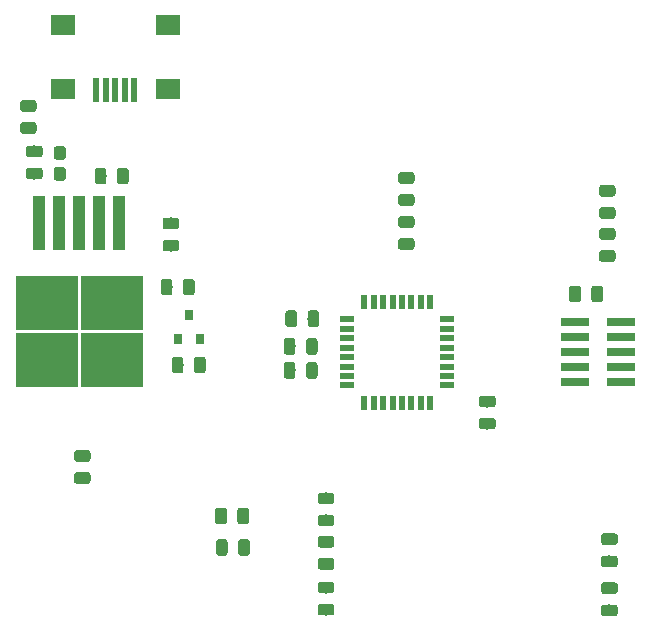
<source format=gbr>
%TF.GenerationSoftware,KiCad,Pcbnew,5.0.2-bee76a0~70~ubuntu18.04.1*%
%TF.CreationDate,2019-09-05T21:10:32+01:00*%
%TF.ProjectId,waterpump_alt,77617465-7270-4756-9d70-5f616c742e6b,rev?*%
%TF.SameCoordinates,Original*%
%TF.FileFunction,Paste,Top*%
%TF.FilePolarity,Positive*%
%FSLAX46Y46*%
G04 Gerber Fmt 4.6, Leading zero omitted, Abs format (unit mm)*
G04 Created by KiCad (PCBNEW 5.0.2-bee76a0~70~ubuntu18.04.1) date Thu 05 Sep 2019 21:10:32 BST*
%MOMM*%
%LPD*%
G01*
G04 APERTURE LIST*
%ADD10R,0.500000X2.000000*%
%ADD11R,2.000000X1.700000*%
%ADD12C,0.150000*%
%ADD13C,0.975000*%
%ADD14R,2.400000X0.740000*%
%ADD15R,0.800000X0.900000*%
%ADD16R,1.200000X0.600000*%
%ADD17R,0.600000X1.200000*%
%ADD18R,1.100000X4.600000*%
%ADD19R,5.250000X4.550000*%
%ADD20C,1.050000*%
G04 APERTURE END LIST*
D10*
X131013000Y-87917000D03*
X130213000Y-87917000D03*
X129413000Y-87917000D03*
X128613000Y-87917000D03*
X127813000Y-87917000D03*
D11*
X133863000Y-87817000D03*
X133863000Y-82367000D03*
X124963000Y-87817000D03*
X124963000Y-82367000D03*
D12*
G36*
X147736642Y-129528174D02*
X147760303Y-129531684D01*
X147783507Y-129537496D01*
X147806029Y-129545554D01*
X147827653Y-129555782D01*
X147848170Y-129568079D01*
X147867383Y-129582329D01*
X147885107Y-129598393D01*
X147901171Y-129616117D01*
X147915421Y-129635330D01*
X147927718Y-129655847D01*
X147937946Y-129677471D01*
X147946004Y-129699993D01*
X147951816Y-129723197D01*
X147955326Y-129746858D01*
X147956500Y-129770750D01*
X147956500Y-130258250D01*
X147955326Y-130282142D01*
X147951816Y-130305803D01*
X147946004Y-130329007D01*
X147937946Y-130351529D01*
X147927718Y-130373153D01*
X147915421Y-130393670D01*
X147901171Y-130412883D01*
X147885107Y-130430607D01*
X147867383Y-130446671D01*
X147848170Y-130460921D01*
X147827653Y-130473218D01*
X147806029Y-130483446D01*
X147783507Y-130491504D01*
X147760303Y-130497316D01*
X147736642Y-130500826D01*
X147712750Y-130502000D01*
X146800250Y-130502000D01*
X146776358Y-130500826D01*
X146752697Y-130497316D01*
X146729493Y-130491504D01*
X146706971Y-130483446D01*
X146685347Y-130473218D01*
X146664830Y-130460921D01*
X146645617Y-130446671D01*
X146627893Y-130430607D01*
X146611829Y-130412883D01*
X146597579Y-130393670D01*
X146585282Y-130373153D01*
X146575054Y-130351529D01*
X146566996Y-130329007D01*
X146561184Y-130305803D01*
X146557674Y-130282142D01*
X146556500Y-130258250D01*
X146556500Y-129770750D01*
X146557674Y-129746858D01*
X146561184Y-129723197D01*
X146566996Y-129699993D01*
X146575054Y-129677471D01*
X146585282Y-129655847D01*
X146597579Y-129635330D01*
X146611829Y-129616117D01*
X146627893Y-129598393D01*
X146645617Y-129582329D01*
X146664830Y-129568079D01*
X146685347Y-129555782D01*
X146706971Y-129545554D01*
X146729493Y-129537496D01*
X146752697Y-129531684D01*
X146776358Y-129528174D01*
X146800250Y-129527000D01*
X147712750Y-129527000D01*
X147736642Y-129528174D01*
X147736642Y-129528174D01*
G37*
D13*
X147256500Y-130014500D03*
D12*
G36*
X147736642Y-131403174D02*
X147760303Y-131406684D01*
X147783507Y-131412496D01*
X147806029Y-131420554D01*
X147827653Y-131430782D01*
X147848170Y-131443079D01*
X147867383Y-131457329D01*
X147885107Y-131473393D01*
X147901171Y-131491117D01*
X147915421Y-131510330D01*
X147927718Y-131530847D01*
X147937946Y-131552471D01*
X147946004Y-131574993D01*
X147951816Y-131598197D01*
X147955326Y-131621858D01*
X147956500Y-131645750D01*
X147956500Y-132133250D01*
X147955326Y-132157142D01*
X147951816Y-132180803D01*
X147946004Y-132204007D01*
X147937946Y-132226529D01*
X147927718Y-132248153D01*
X147915421Y-132268670D01*
X147901171Y-132287883D01*
X147885107Y-132305607D01*
X147867383Y-132321671D01*
X147848170Y-132335921D01*
X147827653Y-132348218D01*
X147806029Y-132358446D01*
X147783507Y-132366504D01*
X147760303Y-132372316D01*
X147736642Y-132375826D01*
X147712750Y-132377000D01*
X146800250Y-132377000D01*
X146776358Y-132375826D01*
X146752697Y-132372316D01*
X146729493Y-132366504D01*
X146706971Y-132358446D01*
X146685347Y-132348218D01*
X146664830Y-132335921D01*
X146645617Y-132321671D01*
X146627893Y-132305607D01*
X146611829Y-132287883D01*
X146597579Y-132268670D01*
X146585282Y-132248153D01*
X146575054Y-132226529D01*
X146566996Y-132204007D01*
X146561184Y-132180803D01*
X146557674Y-132157142D01*
X146556500Y-132133250D01*
X146556500Y-131645750D01*
X146557674Y-131621858D01*
X146561184Y-131598197D01*
X146566996Y-131574993D01*
X146575054Y-131552471D01*
X146585282Y-131530847D01*
X146597579Y-131510330D01*
X146611829Y-131491117D01*
X146627893Y-131473393D01*
X146645617Y-131457329D01*
X146664830Y-131443079D01*
X146685347Y-131430782D01*
X146706971Y-131420554D01*
X146729493Y-131412496D01*
X146752697Y-131406684D01*
X146776358Y-131403174D01*
X146800250Y-131402000D01*
X147712750Y-131402000D01*
X147736642Y-131403174D01*
X147736642Y-131403174D01*
G37*
D13*
X147256500Y-131889500D03*
D12*
G36*
X147736642Y-127529674D02*
X147760303Y-127533184D01*
X147783507Y-127538996D01*
X147806029Y-127547054D01*
X147827653Y-127557282D01*
X147848170Y-127569579D01*
X147867383Y-127583829D01*
X147885107Y-127599893D01*
X147901171Y-127617617D01*
X147915421Y-127636830D01*
X147927718Y-127657347D01*
X147937946Y-127678971D01*
X147946004Y-127701493D01*
X147951816Y-127724697D01*
X147955326Y-127748358D01*
X147956500Y-127772250D01*
X147956500Y-128259750D01*
X147955326Y-128283642D01*
X147951816Y-128307303D01*
X147946004Y-128330507D01*
X147937946Y-128353029D01*
X147927718Y-128374653D01*
X147915421Y-128395170D01*
X147901171Y-128414383D01*
X147885107Y-128432107D01*
X147867383Y-128448171D01*
X147848170Y-128462421D01*
X147827653Y-128474718D01*
X147806029Y-128484946D01*
X147783507Y-128493004D01*
X147760303Y-128498816D01*
X147736642Y-128502326D01*
X147712750Y-128503500D01*
X146800250Y-128503500D01*
X146776358Y-128502326D01*
X146752697Y-128498816D01*
X146729493Y-128493004D01*
X146706971Y-128484946D01*
X146685347Y-128474718D01*
X146664830Y-128462421D01*
X146645617Y-128448171D01*
X146627893Y-128432107D01*
X146611829Y-128414383D01*
X146597579Y-128395170D01*
X146585282Y-128374653D01*
X146575054Y-128353029D01*
X146566996Y-128330507D01*
X146561184Y-128307303D01*
X146557674Y-128283642D01*
X146556500Y-128259750D01*
X146556500Y-127772250D01*
X146557674Y-127748358D01*
X146561184Y-127724697D01*
X146566996Y-127701493D01*
X146575054Y-127678971D01*
X146585282Y-127657347D01*
X146597579Y-127636830D01*
X146611829Y-127617617D01*
X146627893Y-127599893D01*
X146645617Y-127583829D01*
X146664830Y-127569579D01*
X146685347Y-127557282D01*
X146706971Y-127547054D01*
X146729493Y-127538996D01*
X146752697Y-127533184D01*
X146776358Y-127529674D01*
X146800250Y-127528500D01*
X147712750Y-127528500D01*
X147736642Y-127529674D01*
X147736642Y-127529674D01*
G37*
D13*
X147256500Y-128016000D03*
D12*
G36*
X147736642Y-125654674D02*
X147760303Y-125658184D01*
X147783507Y-125663996D01*
X147806029Y-125672054D01*
X147827653Y-125682282D01*
X147848170Y-125694579D01*
X147867383Y-125708829D01*
X147885107Y-125724893D01*
X147901171Y-125742617D01*
X147915421Y-125761830D01*
X147927718Y-125782347D01*
X147937946Y-125803971D01*
X147946004Y-125826493D01*
X147951816Y-125849697D01*
X147955326Y-125873358D01*
X147956500Y-125897250D01*
X147956500Y-126384750D01*
X147955326Y-126408642D01*
X147951816Y-126432303D01*
X147946004Y-126455507D01*
X147937946Y-126478029D01*
X147927718Y-126499653D01*
X147915421Y-126520170D01*
X147901171Y-126539383D01*
X147885107Y-126557107D01*
X147867383Y-126573171D01*
X147848170Y-126587421D01*
X147827653Y-126599718D01*
X147806029Y-126609946D01*
X147783507Y-126618004D01*
X147760303Y-126623816D01*
X147736642Y-126627326D01*
X147712750Y-126628500D01*
X146800250Y-126628500D01*
X146776358Y-126627326D01*
X146752697Y-126623816D01*
X146729493Y-126618004D01*
X146706971Y-126609946D01*
X146685347Y-126599718D01*
X146664830Y-126587421D01*
X146645617Y-126573171D01*
X146627893Y-126557107D01*
X146611829Y-126539383D01*
X146597579Y-126520170D01*
X146585282Y-126499653D01*
X146575054Y-126478029D01*
X146566996Y-126455507D01*
X146561184Y-126432303D01*
X146557674Y-126408642D01*
X146556500Y-126384750D01*
X146556500Y-125897250D01*
X146557674Y-125873358D01*
X146561184Y-125849697D01*
X146566996Y-125826493D01*
X146575054Y-125803971D01*
X146585282Y-125782347D01*
X146597579Y-125761830D01*
X146611829Y-125742617D01*
X146627893Y-125724893D01*
X146645617Y-125708829D01*
X146664830Y-125694579D01*
X146685347Y-125682282D01*
X146706971Y-125672054D01*
X146729493Y-125663996D01*
X146752697Y-125658184D01*
X146776358Y-125654674D01*
X146800250Y-125653500D01*
X147712750Y-125653500D01*
X147736642Y-125654674D01*
X147736642Y-125654674D01*
G37*
D13*
X147256500Y-126141000D03*
D12*
G36*
X168606142Y-104457174D02*
X168629803Y-104460684D01*
X168653007Y-104466496D01*
X168675529Y-104474554D01*
X168697153Y-104484782D01*
X168717670Y-104497079D01*
X168736883Y-104511329D01*
X168754607Y-104527393D01*
X168770671Y-104545117D01*
X168784921Y-104564330D01*
X168797218Y-104584847D01*
X168807446Y-104606471D01*
X168815504Y-104628993D01*
X168821316Y-104652197D01*
X168824826Y-104675858D01*
X168826000Y-104699750D01*
X168826000Y-105612250D01*
X168824826Y-105636142D01*
X168821316Y-105659803D01*
X168815504Y-105683007D01*
X168807446Y-105705529D01*
X168797218Y-105727153D01*
X168784921Y-105747670D01*
X168770671Y-105766883D01*
X168754607Y-105784607D01*
X168736883Y-105800671D01*
X168717670Y-105814921D01*
X168697153Y-105827218D01*
X168675529Y-105837446D01*
X168653007Y-105845504D01*
X168629803Y-105851316D01*
X168606142Y-105854826D01*
X168582250Y-105856000D01*
X168094750Y-105856000D01*
X168070858Y-105854826D01*
X168047197Y-105851316D01*
X168023993Y-105845504D01*
X168001471Y-105837446D01*
X167979847Y-105827218D01*
X167959330Y-105814921D01*
X167940117Y-105800671D01*
X167922393Y-105784607D01*
X167906329Y-105766883D01*
X167892079Y-105747670D01*
X167879782Y-105727153D01*
X167869554Y-105705529D01*
X167861496Y-105683007D01*
X167855684Y-105659803D01*
X167852174Y-105636142D01*
X167851000Y-105612250D01*
X167851000Y-104699750D01*
X167852174Y-104675858D01*
X167855684Y-104652197D01*
X167861496Y-104628993D01*
X167869554Y-104606471D01*
X167879782Y-104584847D01*
X167892079Y-104564330D01*
X167906329Y-104545117D01*
X167922393Y-104527393D01*
X167940117Y-104511329D01*
X167959330Y-104497079D01*
X167979847Y-104484782D01*
X168001471Y-104474554D01*
X168023993Y-104466496D01*
X168047197Y-104460684D01*
X168070858Y-104457174D01*
X168094750Y-104456000D01*
X168582250Y-104456000D01*
X168606142Y-104457174D01*
X168606142Y-104457174D01*
G37*
D13*
X168338500Y-105156000D03*
D12*
G36*
X170481142Y-104457174D02*
X170504803Y-104460684D01*
X170528007Y-104466496D01*
X170550529Y-104474554D01*
X170572153Y-104484782D01*
X170592670Y-104497079D01*
X170611883Y-104511329D01*
X170629607Y-104527393D01*
X170645671Y-104545117D01*
X170659921Y-104564330D01*
X170672218Y-104584847D01*
X170682446Y-104606471D01*
X170690504Y-104628993D01*
X170696316Y-104652197D01*
X170699826Y-104675858D01*
X170701000Y-104699750D01*
X170701000Y-105612250D01*
X170699826Y-105636142D01*
X170696316Y-105659803D01*
X170690504Y-105683007D01*
X170682446Y-105705529D01*
X170672218Y-105727153D01*
X170659921Y-105747670D01*
X170645671Y-105766883D01*
X170629607Y-105784607D01*
X170611883Y-105800671D01*
X170592670Y-105814921D01*
X170572153Y-105827218D01*
X170550529Y-105837446D01*
X170528007Y-105845504D01*
X170504803Y-105851316D01*
X170481142Y-105854826D01*
X170457250Y-105856000D01*
X169969750Y-105856000D01*
X169945858Y-105854826D01*
X169922197Y-105851316D01*
X169898993Y-105845504D01*
X169876471Y-105837446D01*
X169854847Y-105827218D01*
X169834330Y-105814921D01*
X169815117Y-105800671D01*
X169797393Y-105784607D01*
X169781329Y-105766883D01*
X169767079Y-105747670D01*
X169754782Y-105727153D01*
X169744554Y-105705529D01*
X169736496Y-105683007D01*
X169730684Y-105659803D01*
X169727174Y-105636142D01*
X169726000Y-105612250D01*
X169726000Y-104699750D01*
X169727174Y-104675858D01*
X169730684Y-104652197D01*
X169736496Y-104628993D01*
X169744554Y-104606471D01*
X169754782Y-104584847D01*
X169767079Y-104564330D01*
X169781329Y-104545117D01*
X169797393Y-104527393D01*
X169815117Y-104511329D01*
X169834330Y-104497079D01*
X169854847Y-104484782D01*
X169876471Y-104474554D01*
X169898993Y-104466496D01*
X169922197Y-104460684D01*
X169945858Y-104457174D01*
X169969750Y-104456000D01*
X170457250Y-104456000D01*
X170481142Y-104457174D01*
X170481142Y-104457174D01*
G37*
D13*
X170213500Y-105156000D03*
D12*
G36*
X144442642Y-108902174D02*
X144466303Y-108905684D01*
X144489507Y-108911496D01*
X144512029Y-108919554D01*
X144533653Y-108929782D01*
X144554170Y-108942079D01*
X144573383Y-108956329D01*
X144591107Y-108972393D01*
X144607171Y-108990117D01*
X144621421Y-109009330D01*
X144633718Y-109029847D01*
X144643946Y-109051471D01*
X144652004Y-109073993D01*
X144657816Y-109097197D01*
X144661326Y-109120858D01*
X144662500Y-109144750D01*
X144662500Y-110057250D01*
X144661326Y-110081142D01*
X144657816Y-110104803D01*
X144652004Y-110128007D01*
X144643946Y-110150529D01*
X144633718Y-110172153D01*
X144621421Y-110192670D01*
X144607171Y-110211883D01*
X144591107Y-110229607D01*
X144573383Y-110245671D01*
X144554170Y-110259921D01*
X144533653Y-110272218D01*
X144512029Y-110282446D01*
X144489507Y-110290504D01*
X144466303Y-110296316D01*
X144442642Y-110299826D01*
X144418750Y-110301000D01*
X143931250Y-110301000D01*
X143907358Y-110299826D01*
X143883697Y-110296316D01*
X143860493Y-110290504D01*
X143837971Y-110282446D01*
X143816347Y-110272218D01*
X143795830Y-110259921D01*
X143776617Y-110245671D01*
X143758893Y-110229607D01*
X143742829Y-110211883D01*
X143728579Y-110192670D01*
X143716282Y-110172153D01*
X143706054Y-110150529D01*
X143697996Y-110128007D01*
X143692184Y-110104803D01*
X143688674Y-110081142D01*
X143687500Y-110057250D01*
X143687500Y-109144750D01*
X143688674Y-109120858D01*
X143692184Y-109097197D01*
X143697996Y-109073993D01*
X143706054Y-109051471D01*
X143716282Y-109029847D01*
X143728579Y-109009330D01*
X143742829Y-108990117D01*
X143758893Y-108972393D01*
X143776617Y-108956329D01*
X143795830Y-108942079D01*
X143816347Y-108929782D01*
X143837971Y-108919554D01*
X143860493Y-108911496D01*
X143883697Y-108905684D01*
X143907358Y-108902174D01*
X143931250Y-108901000D01*
X144418750Y-108901000D01*
X144442642Y-108902174D01*
X144442642Y-108902174D01*
G37*
D13*
X144175000Y-109601000D03*
D12*
G36*
X146317642Y-108902174D02*
X146341303Y-108905684D01*
X146364507Y-108911496D01*
X146387029Y-108919554D01*
X146408653Y-108929782D01*
X146429170Y-108942079D01*
X146448383Y-108956329D01*
X146466107Y-108972393D01*
X146482171Y-108990117D01*
X146496421Y-109009330D01*
X146508718Y-109029847D01*
X146518946Y-109051471D01*
X146527004Y-109073993D01*
X146532816Y-109097197D01*
X146536326Y-109120858D01*
X146537500Y-109144750D01*
X146537500Y-110057250D01*
X146536326Y-110081142D01*
X146532816Y-110104803D01*
X146527004Y-110128007D01*
X146518946Y-110150529D01*
X146508718Y-110172153D01*
X146496421Y-110192670D01*
X146482171Y-110211883D01*
X146466107Y-110229607D01*
X146448383Y-110245671D01*
X146429170Y-110259921D01*
X146408653Y-110272218D01*
X146387029Y-110282446D01*
X146364507Y-110290504D01*
X146341303Y-110296316D01*
X146317642Y-110299826D01*
X146293750Y-110301000D01*
X145806250Y-110301000D01*
X145782358Y-110299826D01*
X145758697Y-110296316D01*
X145735493Y-110290504D01*
X145712971Y-110282446D01*
X145691347Y-110272218D01*
X145670830Y-110259921D01*
X145651617Y-110245671D01*
X145633893Y-110229607D01*
X145617829Y-110211883D01*
X145603579Y-110192670D01*
X145591282Y-110172153D01*
X145581054Y-110150529D01*
X145572996Y-110128007D01*
X145567184Y-110104803D01*
X145563674Y-110081142D01*
X145562500Y-110057250D01*
X145562500Y-109144750D01*
X145563674Y-109120858D01*
X145567184Y-109097197D01*
X145572996Y-109073993D01*
X145581054Y-109051471D01*
X145591282Y-109029847D01*
X145603579Y-109009330D01*
X145617829Y-108990117D01*
X145633893Y-108972393D01*
X145651617Y-108956329D01*
X145670830Y-108942079D01*
X145691347Y-108929782D01*
X145712971Y-108919554D01*
X145735493Y-108911496D01*
X145758697Y-108905684D01*
X145782358Y-108902174D01*
X145806250Y-108901000D01*
X146293750Y-108901000D01*
X146317642Y-108902174D01*
X146317642Y-108902174D01*
G37*
D13*
X146050000Y-109601000D03*
D12*
G36*
X146444642Y-106552674D02*
X146468303Y-106556184D01*
X146491507Y-106561996D01*
X146514029Y-106570054D01*
X146535653Y-106580282D01*
X146556170Y-106592579D01*
X146575383Y-106606829D01*
X146593107Y-106622893D01*
X146609171Y-106640617D01*
X146623421Y-106659830D01*
X146635718Y-106680347D01*
X146645946Y-106701971D01*
X146654004Y-106724493D01*
X146659816Y-106747697D01*
X146663326Y-106771358D01*
X146664500Y-106795250D01*
X146664500Y-107707750D01*
X146663326Y-107731642D01*
X146659816Y-107755303D01*
X146654004Y-107778507D01*
X146645946Y-107801029D01*
X146635718Y-107822653D01*
X146623421Y-107843170D01*
X146609171Y-107862383D01*
X146593107Y-107880107D01*
X146575383Y-107896171D01*
X146556170Y-107910421D01*
X146535653Y-107922718D01*
X146514029Y-107932946D01*
X146491507Y-107941004D01*
X146468303Y-107946816D01*
X146444642Y-107950326D01*
X146420750Y-107951500D01*
X145933250Y-107951500D01*
X145909358Y-107950326D01*
X145885697Y-107946816D01*
X145862493Y-107941004D01*
X145839971Y-107932946D01*
X145818347Y-107922718D01*
X145797830Y-107910421D01*
X145778617Y-107896171D01*
X145760893Y-107880107D01*
X145744829Y-107862383D01*
X145730579Y-107843170D01*
X145718282Y-107822653D01*
X145708054Y-107801029D01*
X145699996Y-107778507D01*
X145694184Y-107755303D01*
X145690674Y-107731642D01*
X145689500Y-107707750D01*
X145689500Y-106795250D01*
X145690674Y-106771358D01*
X145694184Y-106747697D01*
X145699996Y-106724493D01*
X145708054Y-106701971D01*
X145718282Y-106680347D01*
X145730579Y-106659830D01*
X145744829Y-106640617D01*
X145760893Y-106622893D01*
X145778617Y-106606829D01*
X145797830Y-106592579D01*
X145818347Y-106580282D01*
X145839971Y-106570054D01*
X145862493Y-106561996D01*
X145885697Y-106556184D01*
X145909358Y-106552674D01*
X145933250Y-106551500D01*
X146420750Y-106551500D01*
X146444642Y-106552674D01*
X146444642Y-106552674D01*
G37*
D13*
X146177000Y-107251500D03*
D12*
G36*
X144569642Y-106552674D02*
X144593303Y-106556184D01*
X144616507Y-106561996D01*
X144639029Y-106570054D01*
X144660653Y-106580282D01*
X144681170Y-106592579D01*
X144700383Y-106606829D01*
X144718107Y-106622893D01*
X144734171Y-106640617D01*
X144748421Y-106659830D01*
X144760718Y-106680347D01*
X144770946Y-106701971D01*
X144779004Y-106724493D01*
X144784816Y-106747697D01*
X144788326Y-106771358D01*
X144789500Y-106795250D01*
X144789500Y-107707750D01*
X144788326Y-107731642D01*
X144784816Y-107755303D01*
X144779004Y-107778507D01*
X144770946Y-107801029D01*
X144760718Y-107822653D01*
X144748421Y-107843170D01*
X144734171Y-107862383D01*
X144718107Y-107880107D01*
X144700383Y-107896171D01*
X144681170Y-107910421D01*
X144660653Y-107922718D01*
X144639029Y-107932946D01*
X144616507Y-107941004D01*
X144593303Y-107946816D01*
X144569642Y-107950326D01*
X144545750Y-107951500D01*
X144058250Y-107951500D01*
X144034358Y-107950326D01*
X144010697Y-107946816D01*
X143987493Y-107941004D01*
X143964971Y-107932946D01*
X143943347Y-107922718D01*
X143922830Y-107910421D01*
X143903617Y-107896171D01*
X143885893Y-107880107D01*
X143869829Y-107862383D01*
X143855579Y-107843170D01*
X143843282Y-107822653D01*
X143833054Y-107801029D01*
X143824996Y-107778507D01*
X143819184Y-107755303D01*
X143815674Y-107731642D01*
X143814500Y-107707750D01*
X143814500Y-106795250D01*
X143815674Y-106771358D01*
X143819184Y-106747697D01*
X143824996Y-106724493D01*
X143833054Y-106701971D01*
X143843282Y-106680347D01*
X143855579Y-106659830D01*
X143869829Y-106640617D01*
X143885893Y-106622893D01*
X143903617Y-106606829D01*
X143922830Y-106592579D01*
X143943347Y-106580282D01*
X143964971Y-106570054D01*
X143987493Y-106561996D01*
X144010697Y-106556184D01*
X144034358Y-106552674D01*
X144058250Y-106551500D01*
X144545750Y-106551500D01*
X144569642Y-106552674D01*
X144569642Y-106552674D01*
G37*
D13*
X144302000Y-107251500D03*
D12*
G36*
X161389142Y-113780174D02*
X161412803Y-113783684D01*
X161436007Y-113789496D01*
X161458529Y-113797554D01*
X161480153Y-113807782D01*
X161500670Y-113820079D01*
X161519883Y-113834329D01*
X161537607Y-113850393D01*
X161553671Y-113868117D01*
X161567921Y-113887330D01*
X161580218Y-113907847D01*
X161590446Y-113929471D01*
X161598504Y-113951993D01*
X161604316Y-113975197D01*
X161607826Y-113998858D01*
X161609000Y-114022750D01*
X161609000Y-114510250D01*
X161607826Y-114534142D01*
X161604316Y-114557803D01*
X161598504Y-114581007D01*
X161590446Y-114603529D01*
X161580218Y-114625153D01*
X161567921Y-114645670D01*
X161553671Y-114664883D01*
X161537607Y-114682607D01*
X161519883Y-114698671D01*
X161500670Y-114712921D01*
X161480153Y-114725218D01*
X161458529Y-114735446D01*
X161436007Y-114743504D01*
X161412803Y-114749316D01*
X161389142Y-114752826D01*
X161365250Y-114754000D01*
X160452750Y-114754000D01*
X160428858Y-114752826D01*
X160405197Y-114749316D01*
X160381993Y-114743504D01*
X160359471Y-114735446D01*
X160337847Y-114725218D01*
X160317330Y-114712921D01*
X160298117Y-114698671D01*
X160280393Y-114682607D01*
X160264329Y-114664883D01*
X160250079Y-114645670D01*
X160237782Y-114625153D01*
X160227554Y-114603529D01*
X160219496Y-114581007D01*
X160213684Y-114557803D01*
X160210174Y-114534142D01*
X160209000Y-114510250D01*
X160209000Y-114022750D01*
X160210174Y-113998858D01*
X160213684Y-113975197D01*
X160219496Y-113951993D01*
X160227554Y-113929471D01*
X160237782Y-113907847D01*
X160250079Y-113887330D01*
X160264329Y-113868117D01*
X160280393Y-113850393D01*
X160298117Y-113834329D01*
X160317330Y-113820079D01*
X160337847Y-113807782D01*
X160359471Y-113797554D01*
X160381993Y-113789496D01*
X160405197Y-113783684D01*
X160428858Y-113780174D01*
X160452750Y-113779000D01*
X161365250Y-113779000D01*
X161389142Y-113780174D01*
X161389142Y-113780174D01*
G37*
D13*
X160909000Y-114266500D03*
D12*
G36*
X161389142Y-115655174D02*
X161412803Y-115658684D01*
X161436007Y-115664496D01*
X161458529Y-115672554D01*
X161480153Y-115682782D01*
X161500670Y-115695079D01*
X161519883Y-115709329D01*
X161537607Y-115725393D01*
X161553671Y-115743117D01*
X161567921Y-115762330D01*
X161580218Y-115782847D01*
X161590446Y-115804471D01*
X161598504Y-115826993D01*
X161604316Y-115850197D01*
X161607826Y-115873858D01*
X161609000Y-115897750D01*
X161609000Y-116385250D01*
X161607826Y-116409142D01*
X161604316Y-116432803D01*
X161598504Y-116456007D01*
X161590446Y-116478529D01*
X161580218Y-116500153D01*
X161567921Y-116520670D01*
X161553671Y-116539883D01*
X161537607Y-116557607D01*
X161519883Y-116573671D01*
X161500670Y-116587921D01*
X161480153Y-116600218D01*
X161458529Y-116610446D01*
X161436007Y-116618504D01*
X161412803Y-116624316D01*
X161389142Y-116627826D01*
X161365250Y-116629000D01*
X160452750Y-116629000D01*
X160428858Y-116627826D01*
X160405197Y-116624316D01*
X160381993Y-116618504D01*
X160359471Y-116610446D01*
X160337847Y-116600218D01*
X160317330Y-116587921D01*
X160298117Y-116573671D01*
X160280393Y-116557607D01*
X160264329Y-116539883D01*
X160250079Y-116520670D01*
X160237782Y-116500153D01*
X160227554Y-116478529D01*
X160219496Y-116456007D01*
X160213684Y-116432803D01*
X160210174Y-116409142D01*
X160209000Y-116385250D01*
X160209000Y-115897750D01*
X160210174Y-115873858D01*
X160213684Y-115850197D01*
X160219496Y-115826993D01*
X160227554Y-115804471D01*
X160237782Y-115782847D01*
X160250079Y-115762330D01*
X160264329Y-115743117D01*
X160280393Y-115725393D01*
X160298117Y-115709329D01*
X160317330Y-115695079D01*
X160337847Y-115682782D01*
X160359471Y-115672554D01*
X160381993Y-115664496D01*
X160405197Y-115658684D01*
X160428858Y-115655174D01*
X160452750Y-115654000D01*
X161365250Y-115654000D01*
X161389142Y-115655174D01*
X161389142Y-115655174D01*
G37*
D13*
X160909000Y-116141500D03*
D12*
G36*
X146317642Y-110934174D02*
X146341303Y-110937684D01*
X146364507Y-110943496D01*
X146387029Y-110951554D01*
X146408653Y-110961782D01*
X146429170Y-110974079D01*
X146448383Y-110988329D01*
X146466107Y-111004393D01*
X146482171Y-111022117D01*
X146496421Y-111041330D01*
X146508718Y-111061847D01*
X146518946Y-111083471D01*
X146527004Y-111105993D01*
X146532816Y-111129197D01*
X146536326Y-111152858D01*
X146537500Y-111176750D01*
X146537500Y-112089250D01*
X146536326Y-112113142D01*
X146532816Y-112136803D01*
X146527004Y-112160007D01*
X146518946Y-112182529D01*
X146508718Y-112204153D01*
X146496421Y-112224670D01*
X146482171Y-112243883D01*
X146466107Y-112261607D01*
X146448383Y-112277671D01*
X146429170Y-112291921D01*
X146408653Y-112304218D01*
X146387029Y-112314446D01*
X146364507Y-112322504D01*
X146341303Y-112328316D01*
X146317642Y-112331826D01*
X146293750Y-112333000D01*
X145806250Y-112333000D01*
X145782358Y-112331826D01*
X145758697Y-112328316D01*
X145735493Y-112322504D01*
X145712971Y-112314446D01*
X145691347Y-112304218D01*
X145670830Y-112291921D01*
X145651617Y-112277671D01*
X145633893Y-112261607D01*
X145617829Y-112243883D01*
X145603579Y-112224670D01*
X145591282Y-112204153D01*
X145581054Y-112182529D01*
X145572996Y-112160007D01*
X145567184Y-112136803D01*
X145563674Y-112113142D01*
X145562500Y-112089250D01*
X145562500Y-111176750D01*
X145563674Y-111152858D01*
X145567184Y-111129197D01*
X145572996Y-111105993D01*
X145581054Y-111083471D01*
X145591282Y-111061847D01*
X145603579Y-111041330D01*
X145617829Y-111022117D01*
X145633893Y-111004393D01*
X145651617Y-110988329D01*
X145670830Y-110974079D01*
X145691347Y-110961782D01*
X145712971Y-110951554D01*
X145735493Y-110943496D01*
X145758697Y-110937684D01*
X145782358Y-110934174D01*
X145806250Y-110933000D01*
X146293750Y-110933000D01*
X146317642Y-110934174D01*
X146317642Y-110934174D01*
G37*
D13*
X146050000Y-111633000D03*
D12*
G36*
X144442642Y-110934174D02*
X144466303Y-110937684D01*
X144489507Y-110943496D01*
X144512029Y-110951554D01*
X144533653Y-110961782D01*
X144554170Y-110974079D01*
X144573383Y-110988329D01*
X144591107Y-111004393D01*
X144607171Y-111022117D01*
X144621421Y-111041330D01*
X144633718Y-111061847D01*
X144643946Y-111083471D01*
X144652004Y-111105993D01*
X144657816Y-111129197D01*
X144661326Y-111152858D01*
X144662500Y-111176750D01*
X144662500Y-112089250D01*
X144661326Y-112113142D01*
X144657816Y-112136803D01*
X144652004Y-112160007D01*
X144643946Y-112182529D01*
X144633718Y-112204153D01*
X144621421Y-112224670D01*
X144607171Y-112243883D01*
X144591107Y-112261607D01*
X144573383Y-112277671D01*
X144554170Y-112291921D01*
X144533653Y-112304218D01*
X144512029Y-112314446D01*
X144489507Y-112322504D01*
X144466303Y-112328316D01*
X144442642Y-112331826D01*
X144418750Y-112333000D01*
X143931250Y-112333000D01*
X143907358Y-112331826D01*
X143883697Y-112328316D01*
X143860493Y-112322504D01*
X143837971Y-112314446D01*
X143816347Y-112304218D01*
X143795830Y-112291921D01*
X143776617Y-112277671D01*
X143758893Y-112261607D01*
X143742829Y-112243883D01*
X143728579Y-112224670D01*
X143716282Y-112204153D01*
X143706054Y-112182529D01*
X143697996Y-112160007D01*
X143692184Y-112136803D01*
X143688674Y-112113142D01*
X143687500Y-112089250D01*
X143687500Y-111176750D01*
X143688674Y-111152858D01*
X143692184Y-111129197D01*
X143697996Y-111105993D01*
X143706054Y-111083471D01*
X143716282Y-111061847D01*
X143728579Y-111041330D01*
X143742829Y-111022117D01*
X143758893Y-111004393D01*
X143776617Y-110988329D01*
X143795830Y-110974079D01*
X143816347Y-110961782D01*
X143837971Y-110951554D01*
X143860493Y-110943496D01*
X143883697Y-110937684D01*
X143907358Y-110934174D01*
X143931250Y-110933000D01*
X144418750Y-110933000D01*
X144442642Y-110934174D01*
X144442642Y-110934174D01*
G37*
D13*
X144175000Y-111633000D03*
D12*
G36*
X134028642Y-103885674D02*
X134052303Y-103889184D01*
X134075507Y-103894996D01*
X134098029Y-103903054D01*
X134119653Y-103913282D01*
X134140170Y-103925579D01*
X134159383Y-103939829D01*
X134177107Y-103955893D01*
X134193171Y-103973617D01*
X134207421Y-103992830D01*
X134219718Y-104013347D01*
X134229946Y-104034971D01*
X134238004Y-104057493D01*
X134243816Y-104080697D01*
X134247326Y-104104358D01*
X134248500Y-104128250D01*
X134248500Y-105040750D01*
X134247326Y-105064642D01*
X134243816Y-105088303D01*
X134238004Y-105111507D01*
X134229946Y-105134029D01*
X134219718Y-105155653D01*
X134207421Y-105176170D01*
X134193171Y-105195383D01*
X134177107Y-105213107D01*
X134159383Y-105229171D01*
X134140170Y-105243421D01*
X134119653Y-105255718D01*
X134098029Y-105265946D01*
X134075507Y-105274004D01*
X134052303Y-105279816D01*
X134028642Y-105283326D01*
X134004750Y-105284500D01*
X133517250Y-105284500D01*
X133493358Y-105283326D01*
X133469697Y-105279816D01*
X133446493Y-105274004D01*
X133423971Y-105265946D01*
X133402347Y-105255718D01*
X133381830Y-105243421D01*
X133362617Y-105229171D01*
X133344893Y-105213107D01*
X133328829Y-105195383D01*
X133314579Y-105176170D01*
X133302282Y-105155653D01*
X133292054Y-105134029D01*
X133283996Y-105111507D01*
X133278184Y-105088303D01*
X133274674Y-105064642D01*
X133273500Y-105040750D01*
X133273500Y-104128250D01*
X133274674Y-104104358D01*
X133278184Y-104080697D01*
X133283996Y-104057493D01*
X133292054Y-104034971D01*
X133302282Y-104013347D01*
X133314579Y-103992830D01*
X133328829Y-103973617D01*
X133344893Y-103955893D01*
X133362617Y-103939829D01*
X133381830Y-103925579D01*
X133402347Y-103913282D01*
X133423971Y-103903054D01*
X133446493Y-103894996D01*
X133469697Y-103889184D01*
X133493358Y-103885674D01*
X133517250Y-103884500D01*
X134004750Y-103884500D01*
X134028642Y-103885674D01*
X134028642Y-103885674D01*
G37*
D13*
X133761000Y-104584500D03*
D12*
G36*
X135903642Y-103885674D02*
X135927303Y-103889184D01*
X135950507Y-103894996D01*
X135973029Y-103903054D01*
X135994653Y-103913282D01*
X136015170Y-103925579D01*
X136034383Y-103939829D01*
X136052107Y-103955893D01*
X136068171Y-103973617D01*
X136082421Y-103992830D01*
X136094718Y-104013347D01*
X136104946Y-104034971D01*
X136113004Y-104057493D01*
X136118816Y-104080697D01*
X136122326Y-104104358D01*
X136123500Y-104128250D01*
X136123500Y-105040750D01*
X136122326Y-105064642D01*
X136118816Y-105088303D01*
X136113004Y-105111507D01*
X136104946Y-105134029D01*
X136094718Y-105155653D01*
X136082421Y-105176170D01*
X136068171Y-105195383D01*
X136052107Y-105213107D01*
X136034383Y-105229171D01*
X136015170Y-105243421D01*
X135994653Y-105255718D01*
X135973029Y-105265946D01*
X135950507Y-105274004D01*
X135927303Y-105279816D01*
X135903642Y-105283326D01*
X135879750Y-105284500D01*
X135392250Y-105284500D01*
X135368358Y-105283326D01*
X135344697Y-105279816D01*
X135321493Y-105274004D01*
X135298971Y-105265946D01*
X135277347Y-105255718D01*
X135256830Y-105243421D01*
X135237617Y-105229171D01*
X135219893Y-105213107D01*
X135203829Y-105195383D01*
X135189579Y-105176170D01*
X135177282Y-105155653D01*
X135167054Y-105134029D01*
X135158996Y-105111507D01*
X135153184Y-105088303D01*
X135149674Y-105064642D01*
X135148500Y-105040750D01*
X135148500Y-104128250D01*
X135149674Y-104104358D01*
X135153184Y-104080697D01*
X135158996Y-104057493D01*
X135167054Y-104034971D01*
X135177282Y-104013347D01*
X135189579Y-103992830D01*
X135203829Y-103973617D01*
X135219893Y-103955893D01*
X135237617Y-103939829D01*
X135256830Y-103925579D01*
X135277347Y-103913282D01*
X135298971Y-103903054D01*
X135321493Y-103894996D01*
X135344697Y-103889184D01*
X135368358Y-103885674D01*
X135392250Y-103884500D01*
X135879750Y-103884500D01*
X135903642Y-103885674D01*
X135903642Y-103885674D01*
G37*
D13*
X135636000Y-104584500D03*
D12*
G36*
X136841142Y-110474674D02*
X136864803Y-110478184D01*
X136888007Y-110483996D01*
X136910529Y-110492054D01*
X136932153Y-110502282D01*
X136952670Y-110514579D01*
X136971883Y-110528829D01*
X136989607Y-110544893D01*
X137005671Y-110562617D01*
X137019921Y-110581830D01*
X137032218Y-110602347D01*
X137042446Y-110623971D01*
X137050504Y-110646493D01*
X137056316Y-110669697D01*
X137059826Y-110693358D01*
X137061000Y-110717250D01*
X137061000Y-111629750D01*
X137059826Y-111653642D01*
X137056316Y-111677303D01*
X137050504Y-111700507D01*
X137042446Y-111723029D01*
X137032218Y-111744653D01*
X137019921Y-111765170D01*
X137005671Y-111784383D01*
X136989607Y-111802107D01*
X136971883Y-111818171D01*
X136952670Y-111832421D01*
X136932153Y-111844718D01*
X136910529Y-111854946D01*
X136888007Y-111863004D01*
X136864803Y-111868816D01*
X136841142Y-111872326D01*
X136817250Y-111873500D01*
X136329750Y-111873500D01*
X136305858Y-111872326D01*
X136282197Y-111868816D01*
X136258993Y-111863004D01*
X136236471Y-111854946D01*
X136214847Y-111844718D01*
X136194330Y-111832421D01*
X136175117Y-111818171D01*
X136157393Y-111802107D01*
X136141329Y-111784383D01*
X136127079Y-111765170D01*
X136114782Y-111744653D01*
X136104554Y-111723029D01*
X136096496Y-111700507D01*
X136090684Y-111677303D01*
X136087174Y-111653642D01*
X136086000Y-111629750D01*
X136086000Y-110717250D01*
X136087174Y-110693358D01*
X136090684Y-110669697D01*
X136096496Y-110646493D01*
X136104554Y-110623971D01*
X136114782Y-110602347D01*
X136127079Y-110581830D01*
X136141329Y-110562617D01*
X136157393Y-110544893D01*
X136175117Y-110528829D01*
X136194330Y-110514579D01*
X136214847Y-110502282D01*
X136236471Y-110492054D01*
X136258993Y-110483996D01*
X136282197Y-110478184D01*
X136305858Y-110474674D01*
X136329750Y-110473500D01*
X136817250Y-110473500D01*
X136841142Y-110474674D01*
X136841142Y-110474674D01*
G37*
D13*
X136573500Y-111173500D03*
D12*
G36*
X134966142Y-110474674D02*
X134989803Y-110478184D01*
X135013007Y-110483996D01*
X135035529Y-110492054D01*
X135057153Y-110502282D01*
X135077670Y-110514579D01*
X135096883Y-110528829D01*
X135114607Y-110544893D01*
X135130671Y-110562617D01*
X135144921Y-110581830D01*
X135157218Y-110602347D01*
X135167446Y-110623971D01*
X135175504Y-110646493D01*
X135181316Y-110669697D01*
X135184826Y-110693358D01*
X135186000Y-110717250D01*
X135186000Y-111629750D01*
X135184826Y-111653642D01*
X135181316Y-111677303D01*
X135175504Y-111700507D01*
X135167446Y-111723029D01*
X135157218Y-111744653D01*
X135144921Y-111765170D01*
X135130671Y-111784383D01*
X135114607Y-111802107D01*
X135096883Y-111818171D01*
X135077670Y-111832421D01*
X135057153Y-111844718D01*
X135035529Y-111854946D01*
X135013007Y-111863004D01*
X134989803Y-111868816D01*
X134966142Y-111872326D01*
X134942250Y-111873500D01*
X134454750Y-111873500D01*
X134430858Y-111872326D01*
X134407197Y-111868816D01*
X134383993Y-111863004D01*
X134361471Y-111854946D01*
X134339847Y-111844718D01*
X134319330Y-111832421D01*
X134300117Y-111818171D01*
X134282393Y-111802107D01*
X134266329Y-111784383D01*
X134252079Y-111765170D01*
X134239782Y-111744653D01*
X134229554Y-111723029D01*
X134221496Y-111700507D01*
X134215684Y-111677303D01*
X134212174Y-111653642D01*
X134211000Y-111629750D01*
X134211000Y-110717250D01*
X134212174Y-110693358D01*
X134215684Y-110669697D01*
X134221496Y-110646493D01*
X134229554Y-110623971D01*
X134239782Y-110602347D01*
X134252079Y-110581830D01*
X134266329Y-110562617D01*
X134282393Y-110544893D01*
X134300117Y-110528829D01*
X134319330Y-110514579D01*
X134339847Y-110502282D01*
X134361471Y-110492054D01*
X134383993Y-110483996D01*
X134407197Y-110478184D01*
X134430858Y-110474674D01*
X134454750Y-110473500D01*
X134942250Y-110473500D01*
X134966142Y-110474674D01*
X134966142Y-110474674D01*
G37*
D13*
X134698500Y-111173500D03*
D12*
G36*
X130315642Y-94487674D02*
X130339303Y-94491184D01*
X130362507Y-94496996D01*
X130385029Y-94505054D01*
X130406653Y-94515282D01*
X130427170Y-94527579D01*
X130446383Y-94541829D01*
X130464107Y-94557893D01*
X130480171Y-94575617D01*
X130494421Y-94594830D01*
X130506718Y-94615347D01*
X130516946Y-94636971D01*
X130525004Y-94659493D01*
X130530816Y-94682697D01*
X130534326Y-94706358D01*
X130535500Y-94730250D01*
X130535500Y-95642750D01*
X130534326Y-95666642D01*
X130530816Y-95690303D01*
X130525004Y-95713507D01*
X130516946Y-95736029D01*
X130506718Y-95757653D01*
X130494421Y-95778170D01*
X130480171Y-95797383D01*
X130464107Y-95815107D01*
X130446383Y-95831171D01*
X130427170Y-95845421D01*
X130406653Y-95857718D01*
X130385029Y-95867946D01*
X130362507Y-95876004D01*
X130339303Y-95881816D01*
X130315642Y-95885326D01*
X130291750Y-95886500D01*
X129804250Y-95886500D01*
X129780358Y-95885326D01*
X129756697Y-95881816D01*
X129733493Y-95876004D01*
X129710971Y-95867946D01*
X129689347Y-95857718D01*
X129668830Y-95845421D01*
X129649617Y-95831171D01*
X129631893Y-95815107D01*
X129615829Y-95797383D01*
X129601579Y-95778170D01*
X129589282Y-95757653D01*
X129579054Y-95736029D01*
X129570996Y-95713507D01*
X129565184Y-95690303D01*
X129561674Y-95666642D01*
X129560500Y-95642750D01*
X129560500Y-94730250D01*
X129561674Y-94706358D01*
X129565184Y-94682697D01*
X129570996Y-94659493D01*
X129579054Y-94636971D01*
X129589282Y-94615347D01*
X129601579Y-94594830D01*
X129615829Y-94575617D01*
X129631893Y-94557893D01*
X129649617Y-94541829D01*
X129668830Y-94527579D01*
X129689347Y-94515282D01*
X129710971Y-94505054D01*
X129733493Y-94496996D01*
X129756697Y-94491184D01*
X129780358Y-94487674D01*
X129804250Y-94486500D01*
X130291750Y-94486500D01*
X130315642Y-94487674D01*
X130315642Y-94487674D01*
G37*
D13*
X130048000Y-95186500D03*
D12*
G36*
X128440642Y-94487674D02*
X128464303Y-94491184D01*
X128487507Y-94496996D01*
X128510029Y-94505054D01*
X128531653Y-94515282D01*
X128552170Y-94527579D01*
X128571383Y-94541829D01*
X128589107Y-94557893D01*
X128605171Y-94575617D01*
X128619421Y-94594830D01*
X128631718Y-94615347D01*
X128641946Y-94636971D01*
X128650004Y-94659493D01*
X128655816Y-94682697D01*
X128659326Y-94706358D01*
X128660500Y-94730250D01*
X128660500Y-95642750D01*
X128659326Y-95666642D01*
X128655816Y-95690303D01*
X128650004Y-95713507D01*
X128641946Y-95736029D01*
X128631718Y-95757653D01*
X128619421Y-95778170D01*
X128605171Y-95797383D01*
X128589107Y-95815107D01*
X128571383Y-95831171D01*
X128552170Y-95845421D01*
X128531653Y-95857718D01*
X128510029Y-95867946D01*
X128487507Y-95876004D01*
X128464303Y-95881816D01*
X128440642Y-95885326D01*
X128416750Y-95886500D01*
X127929250Y-95886500D01*
X127905358Y-95885326D01*
X127881697Y-95881816D01*
X127858493Y-95876004D01*
X127835971Y-95867946D01*
X127814347Y-95857718D01*
X127793830Y-95845421D01*
X127774617Y-95831171D01*
X127756893Y-95815107D01*
X127740829Y-95797383D01*
X127726579Y-95778170D01*
X127714282Y-95757653D01*
X127704054Y-95736029D01*
X127695996Y-95713507D01*
X127690184Y-95690303D01*
X127686674Y-95666642D01*
X127685500Y-95642750D01*
X127685500Y-94730250D01*
X127686674Y-94706358D01*
X127690184Y-94682697D01*
X127695996Y-94659493D01*
X127704054Y-94636971D01*
X127714282Y-94615347D01*
X127726579Y-94594830D01*
X127740829Y-94575617D01*
X127756893Y-94557893D01*
X127774617Y-94541829D01*
X127793830Y-94527579D01*
X127814347Y-94515282D01*
X127835971Y-94505054D01*
X127858493Y-94496996D01*
X127881697Y-94491184D01*
X127905358Y-94487674D01*
X127929250Y-94486500D01*
X128416750Y-94486500D01*
X128440642Y-94487674D01*
X128440642Y-94487674D01*
G37*
D13*
X128173000Y-95186500D03*
D12*
G36*
X140572642Y-125920174D02*
X140596303Y-125923684D01*
X140619507Y-125929496D01*
X140642029Y-125937554D01*
X140663653Y-125947782D01*
X140684170Y-125960079D01*
X140703383Y-125974329D01*
X140721107Y-125990393D01*
X140737171Y-126008117D01*
X140751421Y-126027330D01*
X140763718Y-126047847D01*
X140773946Y-126069471D01*
X140782004Y-126091993D01*
X140787816Y-126115197D01*
X140791326Y-126138858D01*
X140792500Y-126162750D01*
X140792500Y-127075250D01*
X140791326Y-127099142D01*
X140787816Y-127122803D01*
X140782004Y-127146007D01*
X140773946Y-127168529D01*
X140763718Y-127190153D01*
X140751421Y-127210670D01*
X140737171Y-127229883D01*
X140721107Y-127247607D01*
X140703383Y-127263671D01*
X140684170Y-127277921D01*
X140663653Y-127290218D01*
X140642029Y-127300446D01*
X140619507Y-127308504D01*
X140596303Y-127314316D01*
X140572642Y-127317826D01*
X140548750Y-127319000D01*
X140061250Y-127319000D01*
X140037358Y-127317826D01*
X140013697Y-127314316D01*
X139990493Y-127308504D01*
X139967971Y-127300446D01*
X139946347Y-127290218D01*
X139925830Y-127277921D01*
X139906617Y-127263671D01*
X139888893Y-127247607D01*
X139872829Y-127229883D01*
X139858579Y-127210670D01*
X139846282Y-127190153D01*
X139836054Y-127168529D01*
X139827996Y-127146007D01*
X139822184Y-127122803D01*
X139818674Y-127099142D01*
X139817500Y-127075250D01*
X139817500Y-126162750D01*
X139818674Y-126138858D01*
X139822184Y-126115197D01*
X139827996Y-126091993D01*
X139836054Y-126069471D01*
X139846282Y-126047847D01*
X139858579Y-126027330D01*
X139872829Y-126008117D01*
X139888893Y-125990393D01*
X139906617Y-125974329D01*
X139925830Y-125960079D01*
X139946347Y-125947782D01*
X139967971Y-125937554D01*
X139990493Y-125929496D01*
X140013697Y-125923684D01*
X140037358Y-125920174D01*
X140061250Y-125919000D01*
X140548750Y-125919000D01*
X140572642Y-125920174D01*
X140572642Y-125920174D01*
G37*
D13*
X140305000Y-126619000D03*
D12*
G36*
X138697642Y-125920174D02*
X138721303Y-125923684D01*
X138744507Y-125929496D01*
X138767029Y-125937554D01*
X138788653Y-125947782D01*
X138809170Y-125960079D01*
X138828383Y-125974329D01*
X138846107Y-125990393D01*
X138862171Y-126008117D01*
X138876421Y-126027330D01*
X138888718Y-126047847D01*
X138898946Y-126069471D01*
X138907004Y-126091993D01*
X138912816Y-126115197D01*
X138916326Y-126138858D01*
X138917500Y-126162750D01*
X138917500Y-127075250D01*
X138916326Y-127099142D01*
X138912816Y-127122803D01*
X138907004Y-127146007D01*
X138898946Y-127168529D01*
X138888718Y-127190153D01*
X138876421Y-127210670D01*
X138862171Y-127229883D01*
X138846107Y-127247607D01*
X138828383Y-127263671D01*
X138809170Y-127277921D01*
X138788653Y-127290218D01*
X138767029Y-127300446D01*
X138744507Y-127308504D01*
X138721303Y-127314316D01*
X138697642Y-127317826D01*
X138673750Y-127319000D01*
X138186250Y-127319000D01*
X138162358Y-127317826D01*
X138138697Y-127314316D01*
X138115493Y-127308504D01*
X138092971Y-127300446D01*
X138071347Y-127290218D01*
X138050830Y-127277921D01*
X138031617Y-127263671D01*
X138013893Y-127247607D01*
X137997829Y-127229883D01*
X137983579Y-127210670D01*
X137971282Y-127190153D01*
X137961054Y-127168529D01*
X137952996Y-127146007D01*
X137947184Y-127122803D01*
X137943674Y-127099142D01*
X137942500Y-127075250D01*
X137942500Y-126162750D01*
X137943674Y-126138858D01*
X137947184Y-126115197D01*
X137952996Y-126091993D01*
X137961054Y-126069471D01*
X137971282Y-126047847D01*
X137983579Y-126027330D01*
X137997829Y-126008117D01*
X138013893Y-125990393D01*
X138031617Y-125974329D01*
X138050830Y-125960079D01*
X138071347Y-125947782D01*
X138092971Y-125937554D01*
X138115493Y-125929496D01*
X138138697Y-125923684D01*
X138162358Y-125920174D01*
X138186250Y-125919000D01*
X138673750Y-125919000D01*
X138697642Y-125920174D01*
X138697642Y-125920174D01*
G37*
D13*
X138430000Y-126619000D03*
D14*
X172257000Y-112649000D03*
X168357000Y-112649000D03*
X172257000Y-111379000D03*
X168357000Y-111379000D03*
X172257000Y-110109000D03*
X168357000Y-110109000D03*
X172257000Y-108839000D03*
X168357000Y-108839000D03*
X172257000Y-107569000D03*
X168357000Y-107569000D03*
D12*
G36*
X147736642Y-123846674D02*
X147760303Y-123850184D01*
X147783507Y-123855996D01*
X147806029Y-123864054D01*
X147827653Y-123874282D01*
X147848170Y-123886579D01*
X147867383Y-123900829D01*
X147885107Y-123916893D01*
X147901171Y-123934617D01*
X147915421Y-123953830D01*
X147927718Y-123974347D01*
X147937946Y-123995971D01*
X147946004Y-124018493D01*
X147951816Y-124041697D01*
X147955326Y-124065358D01*
X147956500Y-124089250D01*
X147956500Y-124576750D01*
X147955326Y-124600642D01*
X147951816Y-124624303D01*
X147946004Y-124647507D01*
X147937946Y-124670029D01*
X147927718Y-124691653D01*
X147915421Y-124712170D01*
X147901171Y-124731383D01*
X147885107Y-124749107D01*
X147867383Y-124765171D01*
X147848170Y-124779421D01*
X147827653Y-124791718D01*
X147806029Y-124801946D01*
X147783507Y-124810004D01*
X147760303Y-124815816D01*
X147736642Y-124819326D01*
X147712750Y-124820500D01*
X146800250Y-124820500D01*
X146776358Y-124819326D01*
X146752697Y-124815816D01*
X146729493Y-124810004D01*
X146706971Y-124801946D01*
X146685347Y-124791718D01*
X146664830Y-124779421D01*
X146645617Y-124765171D01*
X146627893Y-124749107D01*
X146611829Y-124731383D01*
X146597579Y-124712170D01*
X146585282Y-124691653D01*
X146575054Y-124670029D01*
X146566996Y-124647507D01*
X146561184Y-124624303D01*
X146557674Y-124600642D01*
X146556500Y-124576750D01*
X146556500Y-124089250D01*
X146557674Y-124065358D01*
X146561184Y-124041697D01*
X146566996Y-124018493D01*
X146575054Y-123995971D01*
X146585282Y-123974347D01*
X146597579Y-123953830D01*
X146611829Y-123934617D01*
X146627893Y-123916893D01*
X146645617Y-123900829D01*
X146664830Y-123886579D01*
X146685347Y-123874282D01*
X146706971Y-123864054D01*
X146729493Y-123855996D01*
X146752697Y-123850184D01*
X146776358Y-123846674D01*
X146800250Y-123845500D01*
X147712750Y-123845500D01*
X147736642Y-123846674D01*
X147736642Y-123846674D01*
G37*
D13*
X147256500Y-124333000D03*
D12*
G36*
X147736642Y-121971674D02*
X147760303Y-121975184D01*
X147783507Y-121980996D01*
X147806029Y-121989054D01*
X147827653Y-121999282D01*
X147848170Y-122011579D01*
X147867383Y-122025829D01*
X147885107Y-122041893D01*
X147901171Y-122059617D01*
X147915421Y-122078830D01*
X147927718Y-122099347D01*
X147937946Y-122120971D01*
X147946004Y-122143493D01*
X147951816Y-122166697D01*
X147955326Y-122190358D01*
X147956500Y-122214250D01*
X147956500Y-122701750D01*
X147955326Y-122725642D01*
X147951816Y-122749303D01*
X147946004Y-122772507D01*
X147937946Y-122795029D01*
X147927718Y-122816653D01*
X147915421Y-122837170D01*
X147901171Y-122856383D01*
X147885107Y-122874107D01*
X147867383Y-122890171D01*
X147848170Y-122904421D01*
X147827653Y-122916718D01*
X147806029Y-122926946D01*
X147783507Y-122935004D01*
X147760303Y-122940816D01*
X147736642Y-122944326D01*
X147712750Y-122945500D01*
X146800250Y-122945500D01*
X146776358Y-122944326D01*
X146752697Y-122940816D01*
X146729493Y-122935004D01*
X146706971Y-122926946D01*
X146685347Y-122916718D01*
X146664830Y-122904421D01*
X146645617Y-122890171D01*
X146627893Y-122874107D01*
X146611829Y-122856383D01*
X146597579Y-122837170D01*
X146585282Y-122816653D01*
X146575054Y-122795029D01*
X146566996Y-122772507D01*
X146561184Y-122749303D01*
X146557674Y-122725642D01*
X146556500Y-122701750D01*
X146556500Y-122214250D01*
X146557674Y-122190358D01*
X146561184Y-122166697D01*
X146566996Y-122143493D01*
X146575054Y-122120971D01*
X146585282Y-122099347D01*
X146597579Y-122078830D01*
X146611829Y-122059617D01*
X146627893Y-122041893D01*
X146645617Y-122025829D01*
X146664830Y-122011579D01*
X146685347Y-121999282D01*
X146706971Y-121989054D01*
X146729493Y-121980996D01*
X146752697Y-121975184D01*
X146776358Y-121971674D01*
X146800250Y-121970500D01*
X147712750Y-121970500D01*
X147736642Y-121971674D01*
X147736642Y-121971674D01*
G37*
D13*
X147256500Y-122458000D03*
D12*
G36*
X154531142Y-96717174D02*
X154554803Y-96720684D01*
X154578007Y-96726496D01*
X154600529Y-96734554D01*
X154622153Y-96744782D01*
X154642670Y-96757079D01*
X154661883Y-96771329D01*
X154679607Y-96787393D01*
X154695671Y-96805117D01*
X154709921Y-96824330D01*
X154722218Y-96844847D01*
X154732446Y-96866471D01*
X154740504Y-96888993D01*
X154746316Y-96912197D01*
X154749826Y-96935858D01*
X154751000Y-96959750D01*
X154751000Y-97447250D01*
X154749826Y-97471142D01*
X154746316Y-97494803D01*
X154740504Y-97518007D01*
X154732446Y-97540529D01*
X154722218Y-97562153D01*
X154709921Y-97582670D01*
X154695671Y-97601883D01*
X154679607Y-97619607D01*
X154661883Y-97635671D01*
X154642670Y-97649921D01*
X154622153Y-97662218D01*
X154600529Y-97672446D01*
X154578007Y-97680504D01*
X154554803Y-97686316D01*
X154531142Y-97689826D01*
X154507250Y-97691000D01*
X153594750Y-97691000D01*
X153570858Y-97689826D01*
X153547197Y-97686316D01*
X153523993Y-97680504D01*
X153501471Y-97672446D01*
X153479847Y-97662218D01*
X153459330Y-97649921D01*
X153440117Y-97635671D01*
X153422393Y-97619607D01*
X153406329Y-97601883D01*
X153392079Y-97582670D01*
X153379782Y-97562153D01*
X153369554Y-97540529D01*
X153361496Y-97518007D01*
X153355684Y-97494803D01*
X153352174Y-97471142D01*
X153351000Y-97447250D01*
X153351000Y-96959750D01*
X153352174Y-96935858D01*
X153355684Y-96912197D01*
X153361496Y-96888993D01*
X153369554Y-96866471D01*
X153379782Y-96844847D01*
X153392079Y-96824330D01*
X153406329Y-96805117D01*
X153422393Y-96787393D01*
X153440117Y-96771329D01*
X153459330Y-96757079D01*
X153479847Y-96744782D01*
X153501471Y-96734554D01*
X153523993Y-96726496D01*
X153547197Y-96720684D01*
X153570858Y-96717174D01*
X153594750Y-96716000D01*
X154507250Y-96716000D01*
X154531142Y-96717174D01*
X154531142Y-96717174D01*
G37*
D13*
X154051000Y-97203500D03*
D12*
G36*
X154531142Y-94842174D02*
X154554803Y-94845684D01*
X154578007Y-94851496D01*
X154600529Y-94859554D01*
X154622153Y-94869782D01*
X154642670Y-94882079D01*
X154661883Y-94896329D01*
X154679607Y-94912393D01*
X154695671Y-94930117D01*
X154709921Y-94949330D01*
X154722218Y-94969847D01*
X154732446Y-94991471D01*
X154740504Y-95013993D01*
X154746316Y-95037197D01*
X154749826Y-95060858D01*
X154751000Y-95084750D01*
X154751000Y-95572250D01*
X154749826Y-95596142D01*
X154746316Y-95619803D01*
X154740504Y-95643007D01*
X154732446Y-95665529D01*
X154722218Y-95687153D01*
X154709921Y-95707670D01*
X154695671Y-95726883D01*
X154679607Y-95744607D01*
X154661883Y-95760671D01*
X154642670Y-95774921D01*
X154622153Y-95787218D01*
X154600529Y-95797446D01*
X154578007Y-95805504D01*
X154554803Y-95811316D01*
X154531142Y-95814826D01*
X154507250Y-95816000D01*
X153594750Y-95816000D01*
X153570858Y-95814826D01*
X153547197Y-95811316D01*
X153523993Y-95805504D01*
X153501471Y-95797446D01*
X153479847Y-95787218D01*
X153459330Y-95774921D01*
X153440117Y-95760671D01*
X153422393Y-95744607D01*
X153406329Y-95726883D01*
X153392079Y-95707670D01*
X153379782Y-95687153D01*
X153369554Y-95665529D01*
X153361496Y-95643007D01*
X153355684Y-95619803D01*
X153352174Y-95596142D01*
X153351000Y-95572250D01*
X153351000Y-95084750D01*
X153352174Y-95060858D01*
X153355684Y-95037197D01*
X153361496Y-95013993D01*
X153369554Y-94991471D01*
X153379782Y-94969847D01*
X153392079Y-94949330D01*
X153406329Y-94930117D01*
X153422393Y-94912393D01*
X153440117Y-94896329D01*
X153459330Y-94882079D01*
X153479847Y-94869782D01*
X153501471Y-94859554D01*
X153523993Y-94851496D01*
X153547197Y-94845684D01*
X153570858Y-94842174D01*
X153594750Y-94841000D01*
X154507250Y-94841000D01*
X154531142Y-94842174D01*
X154531142Y-94842174D01*
G37*
D13*
X154051000Y-95328500D03*
D12*
G36*
X154531142Y-98573674D02*
X154554803Y-98577184D01*
X154578007Y-98582996D01*
X154600529Y-98591054D01*
X154622153Y-98601282D01*
X154642670Y-98613579D01*
X154661883Y-98627829D01*
X154679607Y-98643893D01*
X154695671Y-98661617D01*
X154709921Y-98680830D01*
X154722218Y-98701347D01*
X154732446Y-98722971D01*
X154740504Y-98745493D01*
X154746316Y-98768697D01*
X154749826Y-98792358D01*
X154751000Y-98816250D01*
X154751000Y-99303750D01*
X154749826Y-99327642D01*
X154746316Y-99351303D01*
X154740504Y-99374507D01*
X154732446Y-99397029D01*
X154722218Y-99418653D01*
X154709921Y-99439170D01*
X154695671Y-99458383D01*
X154679607Y-99476107D01*
X154661883Y-99492171D01*
X154642670Y-99506421D01*
X154622153Y-99518718D01*
X154600529Y-99528946D01*
X154578007Y-99537004D01*
X154554803Y-99542816D01*
X154531142Y-99546326D01*
X154507250Y-99547500D01*
X153594750Y-99547500D01*
X153570858Y-99546326D01*
X153547197Y-99542816D01*
X153523993Y-99537004D01*
X153501471Y-99528946D01*
X153479847Y-99518718D01*
X153459330Y-99506421D01*
X153440117Y-99492171D01*
X153422393Y-99476107D01*
X153406329Y-99458383D01*
X153392079Y-99439170D01*
X153379782Y-99418653D01*
X153369554Y-99397029D01*
X153361496Y-99374507D01*
X153355684Y-99351303D01*
X153352174Y-99327642D01*
X153351000Y-99303750D01*
X153351000Y-98816250D01*
X153352174Y-98792358D01*
X153355684Y-98768697D01*
X153361496Y-98745493D01*
X153369554Y-98722971D01*
X153379782Y-98701347D01*
X153392079Y-98680830D01*
X153406329Y-98661617D01*
X153422393Y-98643893D01*
X153440117Y-98627829D01*
X153459330Y-98613579D01*
X153479847Y-98601282D01*
X153501471Y-98591054D01*
X153523993Y-98582996D01*
X153547197Y-98577184D01*
X153570858Y-98573674D01*
X153594750Y-98572500D01*
X154507250Y-98572500D01*
X154531142Y-98573674D01*
X154531142Y-98573674D01*
G37*
D13*
X154051000Y-99060000D03*
D12*
G36*
X154531142Y-100448674D02*
X154554803Y-100452184D01*
X154578007Y-100457996D01*
X154600529Y-100466054D01*
X154622153Y-100476282D01*
X154642670Y-100488579D01*
X154661883Y-100502829D01*
X154679607Y-100518893D01*
X154695671Y-100536617D01*
X154709921Y-100555830D01*
X154722218Y-100576347D01*
X154732446Y-100597971D01*
X154740504Y-100620493D01*
X154746316Y-100643697D01*
X154749826Y-100667358D01*
X154751000Y-100691250D01*
X154751000Y-101178750D01*
X154749826Y-101202642D01*
X154746316Y-101226303D01*
X154740504Y-101249507D01*
X154732446Y-101272029D01*
X154722218Y-101293653D01*
X154709921Y-101314170D01*
X154695671Y-101333383D01*
X154679607Y-101351107D01*
X154661883Y-101367171D01*
X154642670Y-101381421D01*
X154622153Y-101393718D01*
X154600529Y-101403946D01*
X154578007Y-101412004D01*
X154554803Y-101417816D01*
X154531142Y-101421326D01*
X154507250Y-101422500D01*
X153594750Y-101422500D01*
X153570858Y-101421326D01*
X153547197Y-101417816D01*
X153523993Y-101412004D01*
X153501471Y-101403946D01*
X153479847Y-101393718D01*
X153459330Y-101381421D01*
X153440117Y-101367171D01*
X153422393Y-101351107D01*
X153406329Y-101333383D01*
X153392079Y-101314170D01*
X153379782Y-101293653D01*
X153369554Y-101272029D01*
X153361496Y-101249507D01*
X153355684Y-101226303D01*
X153352174Y-101202642D01*
X153351000Y-101178750D01*
X153351000Y-100691250D01*
X153352174Y-100667358D01*
X153355684Y-100643697D01*
X153361496Y-100620493D01*
X153369554Y-100597971D01*
X153379782Y-100576347D01*
X153392079Y-100555830D01*
X153406329Y-100536617D01*
X153422393Y-100518893D01*
X153440117Y-100502829D01*
X153459330Y-100488579D01*
X153479847Y-100476282D01*
X153501471Y-100466054D01*
X153523993Y-100457996D01*
X153547197Y-100452184D01*
X153570858Y-100448674D01*
X153594750Y-100447500D01*
X154507250Y-100447500D01*
X154531142Y-100448674D01*
X154531142Y-100448674D01*
G37*
D13*
X154051000Y-100935000D03*
D12*
G36*
X171732022Y-125436714D02*
X171755683Y-125440224D01*
X171778887Y-125446036D01*
X171801409Y-125454094D01*
X171823033Y-125464322D01*
X171843550Y-125476619D01*
X171862763Y-125490869D01*
X171880487Y-125506933D01*
X171896551Y-125524657D01*
X171910801Y-125543870D01*
X171923098Y-125564387D01*
X171933326Y-125586011D01*
X171941384Y-125608533D01*
X171947196Y-125631737D01*
X171950706Y-125655398D01*
X171951880Y-125679290D01*
X171951880Y-126166790D01*
X171950706Y-126190682D01*
X171947196Y-126214343D01*
X171941384Y-126237547D01*
X171933326Y-126260069D01*
X171923098Y-126281693D01*
X171910801Y-126302210D01*
X171896551Y-126321423D01*
X171880487Y-126339147D01*
X171862763Y-126355211D01*
X171843550Y-126369461D01*
X171823033Y-126381758D01*
X171801409Y-126391986D01*
X171778887Y-126400044D01*
X171755683Y-126405856D01*
X171732022Y-126409366D01*
X171708130Y-126410540D01*
X170795630Y-126410540D01*
X170771738Y-126409366D01*
X170748077Y-126405856D01*
X170724873Y-126400044D01*
X170702351Y-126391986D01*
X170680727Y-126381758D01*
X170660210Y-126369461D01*
X170640997Y-126355211D01*
X170623273Y-126339147D01*
X170607209Y-126321423D01*
X170592959Y-126302210D01*
X170580662Y-126281693D01*
X170570434Y-126260069D01*
X170562376Y-126237547D01*
X170556564Y-126214343D01*
X170553054Y-126190682D01*
X170551880Y-126166790D01*
X170551880Y-125679290D01*
X170553054Y-125655398D01*
X170556564Y-125631737D01*
X170562376Y-125608533D01*
X170570434Y-125586011D01*
X170580662Y-125564387D01*
X170592959Y-125543870D01*
X170607209Y-125524657D01*
X170623273Y-125506933D01*
X170640997Y-125490869D01*
X170660210Y-125476619D01*
X170680727Y-125464322D01*
X170702351Y-125454094D01*
X170724873Y-125446036D01*
X170748077Y-125440224D01*
X170771738Y-125436714D01*
X170795630Y-125435540D01*
X171708130Y-125435540D01*
X171732022Y-125436714D01*
X171732022Y-125436714D01*
G37*
D13*
X171251880Y-125923040D03*
D12*
G36*
X171732022Y-127311714D02*
X171755683Y-127315224D01*
X171778887Y-127321036D01*
X171801409Y-127329094D01*
X171823033Y-127339322D01*
X171843550Y-127351619D01*
X171862763Y-127365869D01*
X171880487Y-127381933D01*
X171896551Y-127399657D01*
X171910801Y-127418870D01*
X171923098Y-127439387D01*
X171933326Y-127461011D01*
X171941384Y-127483533D01*
X171947196Y-127506737D01*
X171950706Y-127530398D01*
X171951880Y-127554290D01*
X171951880Y-128041790D01*
X171950706Y-128065682D01*
X171947196Y-128089343D01*
X171941384Y-128112547D01*
X171933326Y-128135069D01*
X171923098Y-128156693D01*
X171910801Y-128177210D01*
X171896551Y-128196423D01*
X171880487Y-128214147D01*
X171862763Y-128230211D01*
X171843550Y-128244461D01*
X171823033Y-128256758D01*
X171801409Y-128266986D01*
X171778887Y-128275044D01*
X171755683Y-128280856D01*
X171732022Y-128284366D01*
X171708130Y-128285540D01*
X170795630Y-128285540D01*
X170771738Y-128284366D01*
X170748077Y-128280856D01*
X170724873Y-128275044D01*
X170702351Y-128266986D01*
X170680727Y-128256758D01*
X170660210Y-128244461D01*
X170640997Y-128230211D01*
X170623273Y-128214147D01*
X170607209Y-128196423D01*
X170592959Y-128177210D01*
X170580662Y-128156693D01*
X170570434Y-128135069D01*
X170562376Y-128112547D01*
X170556564Y-128089343D01*
X170553054Y-128065682D01*
X170551880Y-128041790D01*
X170551880Y-127554290D01*
X170553054Y-127530398D01*
X170556564Y-127506737D01*
X170562376Y-127483533D01*
X170570434Y-127461011D01*
X170580662Y-127439387D01*
X170592959Y-127418870D01*
X170607209Y-127399657D01*
X170623273Y-127381933D01*
X170640997Y-127365869D01*
X170660210Y-127351619D01*
X170680727Y-127339322D01*
X170702351Y-127329094D01*
X170724873Y-127321036D01*
X170748077Y-127315224D01*
X170771738Y-127311714D01*
X170795630Y-127310540D01*
X171708130Y-127310540D01*
X171732022Y-127311714D01*
X171732022Y-127311714D01*
G37*
D13*
X171251880Y-127798040D03*
D12*
G36*
X171549142Y-97811674D02*
X171572803Y-97815184D01*
X171596007Y-97820996D01*
X171618529Y-97829054D01*
X171640153Y-97839282D01*
X171660670Y-97851579D01*
X171679883Y-97865829D01*
X171697607Y-97881893D01*
X171713671Y-97899617D01*
X171727921Y-97918830D01*
X171740218Y-97939347D01*
X171750446Y-97960971D01*
X171758504Y-97983493D01*
X171764316Y-98006697D01*
X171767826Y-98030358D01*
X171769000Y-98054250D01*
X171769000Y-98541750D01*
X171767826Y-98565642D01*
X171764316Y-98589303D01*
X171758504Y-98612507D01*
X171750446Y-98635029D01*
X171740218Y-98656653D01*
X171727921Y-98677170D01*
X171713671Y-98696383D01*
X171697607Y-98714107D01*
X171679883Y-98730171D01*
X171660670Y-98744421D01*
X171640153Y-98756718D01*
X171618529Y-98766946D01*
X171596007Y-98775004D01*
X171572803Y-98780816D01*
X171549142Y-98784326D01*
X171525250Y-98785500D01*
X170612750Y-98785500D01*
X170588858Y-98784326D01*
X170565197Y-98780816D01*
X170541993Y-98775004D01*
X170519471Y-98766946D01*
X170497847Y-98756718D01*
X170477330Y-98744421D01*
X170458117Y-98730171D01*
X170440393Y-98714107D01*
X170424329Y-98696383D01*
X170410079Y-98677170D01*
X170397782Y-98656653D01*
X170387554Y-98635029D01*
X170379496Y-98612507D01*
X170373684Y-98589303D01*
X170370174Y-98565642D01*
X170369000Y-98541750D01*
X170369000Y-98054250D01*
X170370174Y-98030358D01*
X170373684Y-98006697D01*
X170379496Y-97983493D01*
X170387554Y-97960971D01*
X170397782Y-97939347D01*
X170410079Y-97918830D01*
X170424329Y-97899617D01*
X170440393Y-97881893D01*
X170458117Y-97865829D01*
X170477330Y-97851579D01*
X170497847Y-97839282D01*
X170519471Y-97829054D01*
X170541993Y-97820996D01*
X170565197Y-97815184D01*
X170588858Y-97811674D01*
X170612750Y-97810500D01*
X171525250Y-97810500D01*
X171549142Y-97811674D01*
X171549142Y-97811674D01*
G37*
D13*
X171069000Y-98298000D03*
D12*
G36*
X171549142Y-95936674D02*
X171572803Y-95940184D01*
X171596007Y-95945996D01*
X171618529Y-95954054D01*
X171640153Y-95964282D01*
X171660670Y-95976579D01*
X171679883Y-95990829D01*
X171697607Y-96006893D01*
X171713671Y-96024617D01*
X171727921Y-96043830D01*
X171740218Y-96064347D01*
X171750446Y-96085971D01*
X171758504Y-96108493D01*
X171764316Y-96131697D01*
X171767826Y-96155358D01*
X171769000Y-96179250D01*
X171769000Y-96666750D01*
X171767826Y-96690642D01*
X171764316Y-96714303D01*
X171758504Y-96737507D01*
X171750446Y-96760029D01*
X171740218Y-96781653D01*
X171727921Y-96802170D01*
X171713671Y-96821383D01*
X171697607Y-96839107D01*
X171679883Y-96855171D01*
X171660670Y-96869421D01*
X171640153Y-96881718D01*
X171618529Y-96891946D01*
X171596007Y-96900004D01*
X171572803Y-96905816D01*
X171549142Y-96909326D01*
X171525250Y-96910500D01*
X170612750Y-96910500D01*
X170588858Y-96909326D01*
X170565197Y-96905816D01*
X170541993Y-96900004D01*
X170519471Y-96891946D01*
X170497847Y-96881718D01*
X170477330Y-96869421D01*
X170458117Y-96855171D01*
X170440393Y-96839107D01*
X170424329Y-96821383D01*
X170410079Y-96802170D01*
X170397782Y-96781653D01*
X170387554Y-96760029D01*
X170379496Y-96737507D01*
X170373684Y-96714303D01*
X170370174Y-96690642D01*
X170369000Y-96666750D01*
X170369000Y-96179250D01*
X170370174Y-96155358D01*
X170373684Y-96131697D01*
X170379496Y-96108493D01*
X170387554Y-96085971D01*
X170397782Y-96064347D01*
X170410079Y-96043830D01*
X170424329Y-96024617D01*
X170440393Y-96006893D01*
X170458117Y-95990829D01*
X170477330Y-95976579D01*
X170497847Y-95964282D01*
X170519471Y-95954054D01*
X170541993Y-95945996D01*
X170565197Y-95940184D01*
X170588858Y-95936674D01*
X170612750Y-95935500D01*
X171525250Y-95935500D01*
X171549142Y-95936674D01*
X171549142Y-95936674D01*
G37*
D13*
X171069000Y-96423000D03*
D12*
G36*
X171549142Y-101464674D02*
X171572803Y-101468184D01*
X171596007Y-101473996D01*
X171618529Y-101482054D01*
X171640153Y-101492282D01*
X171660670Y-101504579D01*
X171679883Y-101518829D01*
X171697607Y-101534893D01*
X171713671Y-101552617D01*
X171727921Y-101571830D01*
X171740218Y-101592347D01*
X171750446Y-101613971D01*
X171758504Y-101636493D01*
X171764316Y-101659697D01*
X171767826Y-101683358D01*
X171769000Y-101707250D01*
X171769000Y-102194750D01*
X171767826Y-102218642D01*
X171764316Y-102242303D01*
X171758504Y-102265507D01*
X171750446Y-102288029D01*
X171740218Y-102309653D01*
X171727921Y-102330170D01*
X171713671Y-102349383D01*
X171697607Y-102367107D01*
X171679883Y-102383171D01*
X171660670Y-102397421D01*
X171640153Y-102409718D01*
X171618529Y-102419946D01*
X171596007Y-102428004D01*
X171572803Y-102433816D01*
X171549142Y-102437326D01*
X171525250Y-102438500D01*
X170612750Y-102438500D01*
X170588858Y-102437326D01*
X170565197Y-102433816D01*
X170541993Y-102428004D01*
X170519471Y-102419946D01*
X170497847Y-102409718D01*
X170477330Y-102397421D01*
X170458117Y-102383171D01*
X170440393Y-102367107D01*
X170424329Y-102349383D01*
X170410079Y-102330170D01*
X170397782Y-102309653D01*
X170387554Y-102288029D01*
X170379496Y-102265507D01*
X170373684Y-102242303D01*
X170370174Y-102218642D01*
X170369000Y-102194750D01*
X170369000Y-101707250D01*
X170370174Y-101683358D01*
X170373684Y-101659697D01*
X170379496Y-101636493D01*
X170387554Y-101613971D01*
X170397782Y-101592347D01*
X170410079Y-101571830D01*
X170424329Y-101552617D01*
X170440393Y-101534893D01*
X170458117Y-101518829D01*
X170477330Y-101504579D01*
X170497847Y-101492282D01*
X170519471Y-101482054D01*
X170541993Y-101473996D01*
X170565197Y-101468184D01*
X170588858Y-101464674D01*
X170612750Y-101463500D01*
X171525250Y-101463500D01*
X171549142Y-101464674D01*
X171549142Y-101464674D01*
G37*
D13*
X171069000Y-101951000D03*
D12*
G36*
X171549142Y-99589674D02*
X171572803Y-99593184D01*
X171596007Y-99598996D01*
X171618529Y-99607054D01*
X171640153Y-99617282D01*
X171660670Y-99629579D01*
X171679883Y-99643829D01*
X171697607Y-99659893D01*
X171713671Y-99677617D01*
X171727921Y-99696830D01*
X171740218Y-99717347D01*
X171750446Y-99738971D01*
X171758504Y-99761493D01*
X171764316Y-99784697D01*
X171767826Y-99808358D01*
X171769000Y-99832250D01*
X171769000Y-100319750D01*
X171767826Y-100343642D01*
X171764316Y-100367303D01*
X171758504Y-100390507D01*
X171750446Y-100413029D01*
X171740218Y-100434653D01*
X171727921Y-100455170D01*
X171713671Y-100474383D01*
X171697607Y-100492107D01*
X171679883Y-100508171D01*
X171660670Y-100522421D01*
X171640153Y-100534718D01*
X171618529Y-100544946D01*
X171596007Y-100553004D01*
X171572803Y-100558816D01*
X171549142Y-100562326D01*
X171525250Y-100563500D01*
X170612750Y-100563500D01*
X170588858Y-100562326D01*
X170565197Y-100558816D01*
X170541993Y-100553004D01*
X170519471Y-100544946D01*
X170497847Y-100534718D01*
X170477330Y-100522421D01*
X170458117Y-100508171D01*
X170440393Y-100492107D01*
X170424329Y-100474383D01*
X170410079Y-100455170D01*
X170397782Y-100434653D01*
X170387554Y-100413029D01*
X170379496Y-100390507D01*
X170373684Y-100367303D01*
X170370174Y-100343642D01*
X170369000Y-100319750D01*
X170369000Y-99832250D01*
X170370174Y-99808358D01*
X170373684Y-99784697D01*
X170379496Y-99761493D01*
X170387554Y-99738971D01*
X170397782Y-99717347D01*
X170410079Y-99696830D01*
X170424329Y-99677617D01*
X170440393Y-99659893D01*
X170458117Y-99643829D01*
X170477330Y-99629579D01*
X170497847Y-99617282D01*
X170519471Y-99607054D01*
X170541993Y-99598996D01*
X170565197Y-99593184D01*
X170588858Y-99589674D01*
X170612750Y-99588500D01*
X171525250Y-99588500D01*
X171549142Y-99589674D01*
X171549142Y-99589674D01*
G37*
D13*
X171069000Y-100076000D03*
D12*
G36*
X134592142Y-100575674D02*
X134615803Y-100579184D01*
X134639007Y-100584996D01*
X134661529Y-100593054D01*
X134683153Y-100603282D01*
X134703670Y-100615579D01*
X134722883Y-100629829D01*
X134740607Y-100645893D01*
X134756671Y-100663617D01*
X134770921Y-100682830D01*
X134783218Y-100703347D01*
X134793446Y-100724971D01*
X134801504Y-100747493D01*
X134807316Y-100770697D01*
X134810826Y-100794358D01*
X134812000Y-100818250D01*
X134812000Y-101305750D01*
X134810826Y-101329642D01*
X134807316Y-101353303D01*
X134801504Y-101376507D01*
X134793446Y-101399029D01*
X134783218Y-101420653D01*
X134770921Y-101441170D01*
X134756671Y-101460383D01*
X134740607Y-101478107D01*
X134722883Y-101494171D01*
X134703670Y-101508421D01*
X134683153Y-101520718D01*
X134661529Y-101530946D01*
X134639007Y-101539004D01*
X134615803Y-101544816D01*
X134592142Y-101548326D01*
X134568250Y-101549500D01*
X133655750Y-101549500D01*
X133631858Y-101548326D01*
X133608197Y-101544816D01*
X133584993Y-101539004D01*
X133562471Y-101530946D01*
X133540847Y-101520718D01*
X133520330Y-101508421D01*
X133501117Y-101494171D01*
X133483393Y-101478107D01*
X133467329Y-101460383D01*
X133453079Y-101441170D01*
X133440782Y-101420653D01*
X133430554Y-101399029D01*
X133422496Y-101376507D01*
X133416684Y-101353303D01*
X133413174Y-101329642D01*
X133412000Y-101305750D01*
X133412000Y-100818250D01*
X133413174Y-100794358D01*
X133416684Y-100770697D01*
X133422496Y-100747493D01*
X133430554Y-100724971D01*
X133440782Y-100703347D01*
X133453079Y-100682830D01*
X133467329Y-100663617D01*
X133483393Y-100645893D01*
X133501117Y-100629829D01*
X133520330Y-100615579D01*
X133540847Y-100603282D01*
X133562471Y-100593054D01*
X133584993Y-100584996D01*
X133608197Y-100579184D01*
X133631858Y-100575674D01*
X133655750Y-100574500D01*
X134568250Y-100574500D01*
X134592142Y-100575674D01*
X134592142Y-100575674D01*
G37*
D13*
X134112000Y-101062000D03*
D12*
G36*
X134592142Y-98700674D02*
X134615803Y-98704184D01*
X134639007Y-98709996D01*
X134661529Y-98718054D01*
X134683153Y-98728282D01*
X134703670Y-98740579D01*
X134722883Y-98754829D01*
X134740607Y-98770893D01*
X134756671Y-98788617D01*
X134770921Y-98807830D01*
X134783218Y-98828347D01*
X134793446Y-98849971D01*
X134801504Y-98872493D01*
X134807316Y-98895697D01*
X134810826Y-98919358D01*
X134812000Y-98943250D01*
X134812000Y-99430750D01*
X134810826Y-99454642D01*
X134807316Y-99478303D01*
X134801504Y-99501507D01*
X134793446Y-99524029D01*
X134783218Y-99545653D01*
X134770921Y-99566170D01*
X134756671Y-99585383D01*
X134740607Y-99603107D01*
X134722883Y-99619171D01*
X134703670Y-99633421D01*
X134683153Y-99645718D01*
X134661529Y-99655946D01*
X134639007Y-99664004D01*
X134615803Y-99669816D01*
X134592142Y-99673326D01*
X134568250Y-99674500D01*
X133655750Y-99674500D01*
X133631858Y-99673326D01*
X133608197Y-99669816D01*
X133584993Y-99664004D01*
X133562471Y-99655946D01*
X133540847Y-99645718D01*
X133520330Y-99633421D01*
X133501117Y-99619171D01*
X133483393Y-99603107D01*
X133467329Y-99585383D01*
X133453079Y-99566170D01*
X133440782Y-99545653D01*
X133430554Y-99524029D01*
X133422496Y-99501507D01*
X133416684Y-99478303D01*
X133413174Y-99454642D01*
X133412000Y-99430750D01*
X133412000Y-98943250D01*
X133413174Y-98919358D01*
X133416684Y-98895697D01*
X133422496Y-98872493D01*
X133430554Y-98849971D01*
X133440782Y-98828347D01*
X133453079Y-98807830D01*
X133467329Y-98788617D01*
X133483393Y-98770893D01*
X133501117Y-98754829D01*
X133520330Y-98740579D01*
X133540847Y-98728282D01*
X133562471Y-98718054D01*
X133584993Y-98709996D01*
X133608197Y-98704184D01*
X133631858Y-98700674D01*
X133655750Y-98699500D01*
X134568250Y-98699500D01*
X134592142Y-98700674D01*
X134592142Y-98700674D01*
G37*
D13*
X134112000Y-99187000D03*
D12*
G36*
X138634142Y-123253174D02*
X138657803Y-123256684D01*
X138681007Y-123262496D01*
X138703529Y-123270554D01*
X138725153Y-123280782D01*
X138745670Y-123293079D01*
X138764883Y-123307329D01*
X138782607Y-123323393D01*
X138798671Y-123341117D01*
X138812921Y-123360330D01*
X138825218Y-123380847D01*
X138835446Y-123402471D01*
X138843504Y-123424993D01*
X138849316Y-123448197D01*
X138852826Y-123471858D01*
X138854000Y-123495750D01*
X138854000Y-124408250D01*
X138852826Y-124432142D01*
X138849316Y-124455803D01*
X138843504Y-124479007D01*
X138835446Y-124501529D01*
X138825218Y-124523153D01*
X138812921Y-124543670D01*
X138798671Y-124562883D01*
X138782607Y-124580607D01*
X138764883Y-124596671D01*
X138745670Y-124610921D01*
X138725153Y-124623218D01*
X138703529Y-124633446D01*
X138681007Y-124641504D01*
X138657803Y-124647316D01*
X138634142Y-124650826D01*
X138610250Y-124652000D01*
X138122750Y-124652000D01*
X138098858Y-124650826D01*
X138075197Y-124647316D01*
X138051993Y-124641504D01*
X138029471Y-124633446D01*
X138007847Y-124623218D01*
X137987330Y-124610921D01*
X137968117Y-124596671D01*
X137950393Y-124580607D01*
X137934329Y-124562883D01*
X137920079Y-124543670D01*
X137907782Y-124523153D01*
X137897554Y-124501529D01*
X137889496Y-124479007D01*
X137883684Y-124455803D01*
X137880174Y-124432142D01*
X137879000Y-124408250D01*
X137879000Y-123495750D01*
X137880174Y-123471858D01*
X137883684Y-123448197D01*
X137889496Y-123424993D01*
X137897554Y-123402471D01*
X137907782Y-123380847D01*
X137920079Y-123360330D01*
X137934329Y-123341117D01*
X137950393Y-123323393D01*
X137968117Y-123307329D01*
X137987330Y-123293079D01*
X138007847Y-123280782D01*
X138029471Y-123270554D01*
X138051993Y-123262496D01*
X138075197Y-123256684D01*
X138098858Y-123253174D01*
X138122750Y-123252000D01*
X138610250Y-123252000D01*
X138634142Y-123253174D01*
X138634142Y-123253174D01*
G37*
D13*
X138366500Y-123952000D03*
D12*
G36*
X140509142Y-123253174D02*
X140532803Y-123256684D01*
X140556007Y-123262496D01*
X140578529Y-123270554D01*
X140600153Y-123280782D01*
X140620670Y-123293079D01*
X140639883Y-123307329D01*
X140657607Y-123323393D01*
X140673671Y-123341117D01*
X140687921Y-123360330D01*
X140700218Y-123380847D01*
X140710446Y-123402471D01*
X140718504Y-123424993D01*
X140724316Y-123448197D01*
X140727826Y-123471858D01*
X140729000Y-123495750D01*
X140729000Y-124408250D01*
X140727826Y-124432142D01*
X140724316Y-124455803D01*
X140718504Y-124479007D01*
X140710446Y-124501529D01*
X140700218Y-124523153D01*
X140687921Y-124543670D01*
X140673671Y-124562883D01*
X140657607Y-124580607D01*
X140639883Y-124596671D01*
X140620670Y-124610921D01*
X140600153Y-124623218D01*
X140578529Y-124633446D01*
X140556007Y-124641504D01*
X140532803Y-124647316D01*
X140509142Y-124650826D01*
X140485250Y-124652000D01*
X139997750Y-124652000D01*
X139973858Y-124650826D01*
X139950197Y-124647316D01*
X139926993Y-124641504D01*
X139904471Y-124633446D01*
X139882847Y-124623218D01*
X139862330Y-124610921D01*
X139843117Y-124596671D01*
X139825393Y-124580607D01*
X139809329Y-124562883D01*
X139795079Y-124543670D01*
X139782782Y-124523153D01*
X139772554Y-124501529D01*
X139764496Y-124479007D01*
X139758684Y-124455803D01*
X139755174Y-124432142D01*
X139754000Y-124408250D01*
X139754000Y-123495750D01*
X139755174Y-123471858D01*
X139758684Y-123448197D01*
X139764496Y-123424993D01*
X139772554Y-123402471D01*
X139782782Y-123380847D01*
X139795079Y-123360330D01*
X139809329Y-123341117D01*
X139825393Y-123323393D01*
X139843117Y-123307329D01*
X139862330Y-123293079D01*
X139882847Y-123280782D01*
X139904471Y-123270554D01*
X139926993Y-123262496D01*
X139950197Y-123256684D01*
X139973858Y-123253174D01*
X139997750Y-123252000D01*
X140485250Y-123252000D01*
X140509142Y-123253174D01*
X140509142Y-123253174D01*
G37*
D13*
X140241500Y-123952000D03*
D12*
G36*
X122527142Y-88746174D02*
X122550803Y-88749684D01*
X122574007Y-88755496D01*
X122596529Y-88763554D01*
X122618153Y-88773782D01*
X122638670Y-88786079D01*
X122657883Y-88800329D01*
X122675607Y-88816393D01*
X122691671Y-88834117D01*
X122705921Y-88853330D01*
X122718218Y-88873847D01*
X122728446Y-88895471D01*
X122736504Y-88917993D01*
X122742316Y-88941197D01*
X122745826Y-88964858D01*
X122747000Y-88988750D01*
X122747000Y-89476250D01*
X122745826Y-89500142D01*
X122742316Y-89523803D01*
X122736504Y-89547007D01*
X122728446Y-89569529D01*
X122718218Y-89591153D01*
X122705921Y-89611670D01*
X122691671Y-89630883D01*
X122675607Y-89648607D01*
X122657883Y-89664671D01*
X122638670Y-89678921D01*
X122618153Y-89691218D01*
X122596529Y-89701446D01*
X122574007Y-89709504D01*
X122550803Y-89715316D01*
X122527142Y-89718826D01*
X122503250Y-89720000D01*
X121590750Y-89720000D01*
X121566858Y-89718826D01*
X121543197Y-89715316D01*
X121519993Y-89709504D01*
X121497471Y-89701446D01*
X121475847Y-89691218D01*
X121455330Y-89678921D01*
X121436117Y-89664671D01*
X121418393Y-89648607D01*
X121402329Y-89630883D01*
X121388079Y-89611670D01*
X121375782Y-89591153D01*
X121365554Y-89569529D01*
X121357496Y-89547007D01*
X121351684Y-89523803D01*
X121348174Y-89500142D01*
X121347000Y-89476250D01*
X121347000Y-88988750D01*
X121348174Y-88964858D01*
X121351684Y-88941197D01*
X121357496Y-88917993D01*
X121365554Y-88895471D01*
X121375782Y-88873847D01*
X121388079Y-88853330D01*
X121402329Y-88834117D01*
X121418393Y-88816393D01*
X121436117Y-88800329D01*
X121455330Y-88786079D01*
X121475847Y-88773782D01*
X121497471Y-88763554D01*
X121519993Y-88755496D01*
X121543197Y-88749684D01*
X121566858Y-88746174D01*
X121590750Y-88745000D01*
X122503250Y-88745000D01*
X122527142Y-88746174D01*
X122527142Y-88746174D01*
G37*
D13*
X122047000Y-89232500D03*
D12*
G36*
X122527142Y-90621174D02*
X122550803Y-90624684D01*
X122574007Y-90630496D01*
X122596529Y-90638554D01*
X122618153Y-90648782D01*
X122638670Y-90661079D01*
X122657883Y-90675329D01*
X122675607Y-90691393D01*
X122691671Y-90709117D01*
X122705921Y-90728330D01*
X122718218Y-90748847D01*
X122728446Y-90770471D01*
X122736504Y-90792993D01*
X122742316Y-90816197D01*
X122745826Y-90839858D01*
X122747000Y-90863750D01*
X122747000Y-91351250D01*
X122745826Y-91375142D01*
X122742316Y-91398803D01*
X122736504Y-91422007D01*
X122728446Y-91444529D01*
X122718218Y-91466153D01*
X122705921Y-91486670D01*
X122691671Y-91505883D01*
X122675607Y-91523607D01*
X122657883Y-91539671D01*
X122638670Y-91553921D01*
X122618153Y-91566218D01*
X122596529Y-91576446D01*
X122574007Y-91584504D01*
X122550803Y-91590316D01*
X122527142Y-91593826D01*
X122503250Y-91595000D01*
X121590750Y-91595000D01*
X121566858Y-91593826D01*
X121543197Y-91590316D01*
X121519993Y-91584504D01*
X121497471Y-91576446D01*
X121475847Y-91566218D01*
X121455330Y-91553921D01*
X121436117Y-91539671D01*
X121418393Y-91523607D01*
X121402329Y-91505883D01*
X121388079Y-91486670D01*
X121375782Y-91466153D01*
X121365554Y-91444529D01*
X121357496Y-91422007D01*
X121351684Y-91398803D01*
X121348174Y-91375142D01*
X121347000Y-91351250D01*
X121347000Y-90863750D01*
X121348174Y-90839858D01*
X121351684Y-90816197D01*
X121357496Y-90792993D01*
X121365554Y-90770471D01*
X121375782Y-90748847D01*
X121388079Y-90728330D01*
X121402329Y-90709117D01*
X121418393Y-90691393D01*
X121436117Y-90675329D01*
X121455330Y-90661079D01*
X121475847Y-90648782D01*
X121497471Y-90638554D01*
X121519993Y-90630496D01*
X121543197Y-90624684D01*
X121566858Y-90621174D01*
X121590750Y-90620000D01*
X122503250Y-90620000D01*
X122527142Y-90621174D01*
X122527142Y-90621174D01*
G37*
D13*
X122047000Y-91107500D03*
D12*
G36*
X123035142Y-94479674D02*
X123058803Y-94483184D01*
X123082007Y-94488996D01*
X123104529Y-94497054D01*
X123126153Y-94507282D01*
X123146670Y-94519579D01*
X123165883Y-94533829D01*
X123183607Y-94549893D01*
X123199671Y-94567617D01*
X123213921Y-94586830D01*
X123226218Y-94607347D01*
X123236446Y-94628971D01*
X123244504Y-94651493D01*
X123250316Y-94674697D01*
X123253826Y-94698358D01*
X123255000Y-94722250D01*
X123255000Y-95209750D01*
X123253826Y-95233642D01*
X123250316Y-95257303D01*
X123244504Y-95280507D01*
X123236446Y-95303029D01*
X123226218Y-95324653D01*
X123213921Y-95345170D01*
X123199671Y-95364383D01*
X123183607Y-95382107D01*
X123165883Y-95398171D01*
X123146670Y-95412421D01*
X123126153Y-95424718D01*
X123104529Y-95434946D01*
X123082007Y-95443004D01*
X123058803Y-95448816D01*
X123035142Y-95452326D01*
X123011250Y-95453500D01*
X122098750Y-95453500D01*
X122074858Y-95452326D01*
X122051197Y-95448816D01*
X122027993Y-95443004D01*
X122005471Y-95434946D01*
X121983847Y-95424718D01*
X121963330Y-95412421D01*
X121944117Y-95398171D01*
X121926393Y-95382107D01*
X121910329Y-95364383D01*
X121896079Y-95345170D01*
X121883782Y-95324653D01*
X121873554Y-95303029D01*
X121865496Y-95280507D01*
X121859684Y-95257303D01*
X121856174Y-95233642D01*
X121855000Y-95209750D01*
X121855000Y-94722250D01*
X121856174Y-94698358D01*
X121859684Y-94674697D01*
X121865496Y-94651493D01*
X121873554Y-94628971D01*
X121883782Y-94607347D01*
X121896079Y-94586830D01*
X121910329Y-94567617D01*
X121926393Y-94549893D01*
X121944117Y-94533829D01*
X121963330Y-94519579D01*
X121983847Y-94507282D01*
X122005471Y-94497054D01*
X122027993Y-94488996D01*
X122051197Y-94483184D01*
X122074858Y-94479674D01*
X122098750Y-94478500D01*
X123011250Y-94478500D01*
X123035142Y-94479674D01*
X123035142Y-94479674D01*
G37*
D13*
X122555000Y-94966000D03*
D12*
G36*
X123035142Y-92604674D02*
X123058803Y-92608184D01*
X123082007Y-92613996D01*
X123104529Y-92622054D01*
X123126153Y-92632282D01*
X123146670Y-92644579D01*
X123165883Y-92658829D01*
X123183607Y-92674893D01*
X123199671Y-92692617D01*
X123213921Y-92711830D01*
X123226218Y-92732347D01*
X123236446Y-92753971D01*
X123244504Y-92776493D01*
X123250316Y-92799697D01*
X123253826Y-92823358D01*
X123255000Y-92847250D01*
X123255000Y-93334750D01*
X123253826Y-93358642D01*
X123250316Y-93382303D01*
X123244504Y-93405507D01*
X123236446Y-93428029D01*
X123226218Y-93449653D01*
X123213921Y-93470170D01*
X123199671Y-93489383D01*
X123183607Y-93507107D01*
X123165883Y-93523171D01*
X123146670Y-93537421D01*
X123126153Y-93549718D01*
X123104529Y-93559946D01*
X123082007Y-93568004D01*
X123058803Y-93573816D01*
X123035142Y-93577326D01*
X123011250Y-93578500D01*
X122098750Y-93578500D01*
X122074858Y-93577326D01*
X122051197Y-93573816D01*
X122027993Y-93568004D01*
X122005471Y-93559946D01*
X121983847Y-93549718D01*
X121963330Y-93537421D01*
X121944117Y-93523171D01*
X121926393Y-93507107D01*
X121910329Y-93489383D01*
X121896079Y-93470170D01*
X121883782Y-93449653D01*
X121873554Y-93428029D01*
X121865496Y-93405507D01*
X121859684Y-93382303D01*
X121856174Y-93358642D01*
X121855000Y-93334750D01*
X121855000Y-92847250D01*
X121856174Y-92823358D01*
X121859684Y-92799697D01*
X121865496Y-92776493D01*
X121873554Y-92753971D01*
X121883782Y-92732347D01*
X121896079Y-92711830D01*
X121910329Y-92692617D01*
X121926393Y-92674893D01*
X121944117Y-92658829D01*
X121963330Y-92644579D01*
X121983847Y-92632282D01*
X122005471Y-92622054D01*
X122027993Y-92613996D01*
X122051197Y-92608184D01*
X122074858Y-92604674D01*
X122098750Y-92603500D01*
X123011250Y-92603500D01*
X123035142Y-92604674D01*
X123035142Y-92604674D01*
G37*
D13*
X122555000Y-93091000D03*
D12*
G36*
X127099142Y-118385674D02*
X127122803Y-118389184D01*
X127146007Y-118394996D01*
X127168529Y-118403054D01*
X127190153Y-118413282D01*
X127210670Y-118425579D01*
X127229883Y-118439829D01*
X127247607Y-118455893D01*
X127263671Y-118473617D01*
X127277921Y-118492830D01*
X127290218Y-118513347D01*
X127300446Y-118534971D01*
X127308504Y-118557493D01*
X127314316Y-118580697D01*
X127317826Y-118604358D01*
X127319000Y-118628250D01*
X127319000Y-119115750D01*
X127317826Y-119139642D01*
X127314316Y-119163303D01*
X127308504Y-119186507D01*
X127300446Y-119209029D01*
X127290218Y-119230653D01*
X127277921Y-119251170D01*
X127263671Y-119270383D01*
X127247607Y-119288107D01*
X127229883Y-119304171D01*
X127210670Y-119318421D01*
X127190153Y-119330718D01*
X127168529Y-119340946D01*
X127146007Y-119349004D01*
X127122803Y-119354816D01*
X127099142Y-119358326D01*
X127075250Y-119359500D01*
X126162750Y-119359500D01*
X126138858Y-119358326D01*
X126115197Y-119354816D01*
X126091993Y-119349004D01*
X126069471Y-119340946D01*
X126047847Y-119330718D01*
X126027330Y-119318421D01*
X126008117Y-119304171D01*
X125990393Y-119288107D01*
X125974329Y-119270383D01*
X125960079Y-119251170D01*
X125947782Y-119230653D01*
X125937554Y-119209029D01*
X125929496Y-119186507D01*
X125923684Y-119163303D01*
X125920174Y-119139642D01*
X125919000Y-119115750D01*
X125919000Y-118628250D01*
X125920174Y-118604358D01*
X125923684Y-118580697D01*
X125929496Y-118557493D01*
X125937554Y-118534971D01*
X125947782Y-118513347D01*
X125960079Y-118492830D01*
X125974329Y-118473617D01*
X125990393Y-118455893D01*
X126008117Y-118439829D01*
X126027330Y-118425579D01*
X126047847Y-118413282D01*
X126069471Y-118403054D01*
X126091993Y-118394996D01*
X126115197Y-118389184D01*
X126138858Y-118385674D01*
X126162750Y-118384500D01*
X127075250Y-118384500D01*
X127099142Y-118385674D01*
X127099142Y-118385674D01*
G37*
D13*
X126619000Y-118872000D03*
D12*
G36*
X127099142Y-120260674D02*
X127122803Y-120264184D01*
X127146007Y-120269996D01*
X127168529Y-120278054D01*
X127190153Y-120288282D01*
X127210670Y-120300579D01*
X127229883Y-120314829D01*
X127247607Y-120330893D01*
X127263671Y-120348617D01*
X127277921Y-120367830D01*
X127290218Y-120388347D01*
X127300446Y-120409971D01*
X127308504Y-120432493D01*
X127314316Y-120455697D01*
X127317826Y-120479358D01*
X127319000Y-120503250D01*
X127319000Y-120990750D01*
X127317826Y-121014642D01*
X127314316Y-121038303D01*
X127308504Y-121061507D01*
X127300446Y-121084029D01*
X127290218Y-121105653D01*
X127277921Y-121126170D01*
X127263671Y-121145383D01*
X127247607Y-121163107D01*
X127229883Y-121179171D01*
X127210670Y-121193421D01*
X127190153Y-121205718D01*
X127168529Y-121215946D01*
X127146007Y-121224004D01*
X127122803Y-121229816D01*
X127099142Y-121233326D01*
X127075250Y-121234500D01*
X126162750Y-121234500D01*
X126138858Y-121233326D01*
X126115197Y-121229816D01*
X126091993Y-121224004D01*
X126069471Y-121215946D01*
X126047847Y-121205718D01*
X126027330Y-121193421D01*
X126008117Y-121179171D01*
X125990393Y-121163107D01*
X125974329Y-121145383D01*
X125960079Y-121126170D01*
X125947782Y-121105653D01*
X125937554Y-121084029D01*
X125929496Y-121061507D01*
X125923684Y-121038303D01*
X125920174Y-121014642D01*
X125919000Y-120990750D01*
X125919000Y-120503250D01*
X125920174Y-120479358D01*
X125923684Y-120455697D01*
X125929496Y-120432493D01*
X125937554Y-120409971D01*
X125947782Y-120388347D01*
X125960079Y-120367830D01*
X125974329Y-120348617D01*
X125990393Y-120330893D01*
X126008117Y-120314829D01*
X126027330Y-120300579D01*
X126047847Y-120288282D01*
X126069471Y-120278054D01*
X126091993Y-120269996D01*
X126115197Y-120264184D01*
X126138858Y-120260674D01*
X126162750Y-120259500D01*
X127075250Y-120259500D01*
X127099142Y-120260674D01*
X127099142Y-120260674D01*
G37*
D13*
X126619000Y-120747000D03*
D15*
X134688500Y-108966000D03*
X136588500Y-108966000D03*
X135638500Y-106966000D03*
D16*
X149039000Y-107309000D03*
X149039000Y-108109000D03*
X149039000Y-108909000D03*
X149039000Y-109709000D03*
X149039000Y-110509000D03*
X149039000Y-111309000D03*
X149039000Y-112109000D03*
X149039000Y-112909000D03*
D17*
X150489000Y-114359000D03*
X151289000Y-114359000D03*
X152089000Y-114359000D03*
X152889000Y-114359000D03*
X153689000Y-114359000D03*
X154489000Y-114359000D03*
X155289000Y-114359000D03*
X156089000Y-114359000D03*
D16*
X157539000Y-112909000D03*
X157539000Y-112109000D03*
X157539000Y-111309000D03*
X157539000Y-110509000D03*
X157539000Y-109709000D03*
X157539000Y-108909000D03*
X157539000Y-108109000D03*
X157539000Y-107309000D03*
D17*
X156089000Y-105859000D03*
X155289000Y-105859000D03*
X154489000Y-105859000D03*
X153689000Y-105859000D03*
X152889000Y-105859000D03*
X152089000Y-105859000D03*
X151289000Y-105859000D03*
X150489000Y-105859000D03*
D18*
X129765000Y-99187000D03*
X128065000Y-99187000D03*
X126365000Y-99187000D03*
X124665000Y-99187000D03*
X122965000Y-99187000D03*
D19*
X123590000Y-110762000D03*
X129140000Y-105912000D03*
X129140000Y-110762000D03*
X123590000Y-105912000D03*
D12*
G36*
X171732022Y-131456994D02*
X171755683Y-131460504D01*
X171778887Y-131466316D01*
X171801409Y-131474374D01*
X171823033Y-131484602D01*
X171843550Y-131496899D01*
X171862763Y-131511149D01*
X171880487Y-131527213D01*
X171896551Y-131544937D01*
X171910801Y-131564150D01*
X171923098Y-131584667D01*
X171933326Y-131606291D01*
X171941384Y-131628813D01*
X171947196Y-131652017D01*
X171950706Y-131675678D01*
X171951880Y-131699570D01*
X171951880Y-132187070D01*
X171950706Y-132210962D01*
X171947196Y-132234623D01*
X171941384Y-132257827D01*
X171933326Y-132280349D01*
X171923098Y-132301973D01*
X171910801Y-132322490D01*
X171896551Y-132341703D01*
X171880487Y-132359427D01*
X171862763Y-132375491D01*
X171843550Y-132389741D01*
X171823033Y-132402038D01*
X171801409Y-132412266D01*
X171778887Y-132420324D01*
X171755683Y-132426136D01*
X171732022Y-132429646D01*
X171708130Y-132430820D01*
X170795630Y-132430820D01*
X170771738Y-132429646D01*
X170748077Y-132426136D01*
X170724873Y-132420324D01*
X170702351Y-132412266D01*
X170680727Y-132402038D01*
X170660210Y-132389741D01*
X170640997Y-132375491D01*
X170623273Y-132359427D01*
X170607209Y-132341703D01*
X170592959Y-132322490D01*
X170580662Y-132301973D01*
X170570434Y-132280349D01*
X170562376Y-132257827D01*
X170556564Y-132234623D01*
X170553054Y-132210962D01*
X170551880Y-132187070D01*
X170551880Y-131699570D01*
X170553054Y-131675678D01*
X170556564Y-131652017D01*
X170562376Y-131628813D01*
X170570434Y-131606291D01*
X170580662Y-131584667D01*
X170592959Y-131564150D01*
X170607209Y-131544937D01*
X170623273Y-131527213D01*
X170640997Y-131511149D01*
X170660210Y-131496899D01*
X170680727Y-131484602D01*
X170702351Y-131474374D01*
X170724873Y-131466316D01*
X170748077Y-131460504D01*
X170771738Y-131456994D01*
X170795630Y-131455820D01*
X171708130Y-131455820D01*
X171732022Y-131456994D01*
X171732022Y-131456994D01*
G37*
D13*
X171251880Y-131943320D03*
D12*
G36*
X171732022Y-129581994D02*
X171755683Y-129585504D01*
X171778887Y-129591316D01*
X171801409Y-129599374D01*
X171823033Y-129609602D01*
X171843550Y-129621899D01*
X171862763Y-129636149D01*
X171880487Y-129652213D01*
X171896551Y-129669937D01*
X171910801Y-129689150D01*
X171923098Y-129709667D01*
X171933326Y-129731291D01*
X171941384Y-129753813D01*
X171947196Y-129777017D01*
X171950706Y-129800678D01*
X171951880Y-129824570D01*
X171951880Y-130312070D01*
X171950706Y-130335962D01*
X171947196Y-130359623D01*
X171941384Y-130382827D01*
X171933326Y-130405349D01*
X171923098Y-130426973D01*
X171910801Y-130447490D01*
X171896551Y-130466703D01*
X171880487Y-130484427D01*
X171862763Y-130500491D01*
X171843550Y-130514741D01*
X171823033Y-130527038D01*
X171801409Y-130537266D01*
X171778887Y-130545324D01*
X171755683Y-130551136D01*
X171732022Y-130554646D01*
X171708130Y-130555820D01*
X170795630Y-130555820D01*
X170771738Y-130554646D01*
X170748077Y-130551136D01*
X170724873Y-130545324D01*
X170702351Y-130537266D01*
X170680727Y-130527038D01*
X170660210Y-130514741D01*
X170640997Y-130500491D01*
X170623273Y-130484427D01*
X170607209Y-130466703D01*
X170592959Y-130447490D01*
X170580662Y-130426973D01*
X170570434Y-130405349D01*
X170562376Y-130382827D01*
X170556564Y-130359623D01*
X170553054Y-130335962D01*
X170551880Y-130312070D01*
X170551880Y-129824570D01*
X170553054Y-129800678D01*
X170556564Y-129777017D01*
X170562376Y-129753813D01*
X170570434Y-129731291D01*
X170580662Y-129709667D01*
X170592959Y-129689150D01*
X170607209Y-129669937D01*
X170623273Y-129652213D01*
X170640997Y-129636149D01*
X170660210Y-129621899D01*
X170680727Y-129609602D01*
X170702351Y-129599374D01*
X170724873Y-129591316D01*
X170748077Y-129585504D01*
X170771738Y-129581994D01*
X170795630Y-129580820D01*
X171708130Y-129580820D01*
X171732022Y-129581994D01*
X171732022Y-129581994D01*
G37*
D13*
X171251880Y-130068320D03*
D12*
G36*
X125013505Y-94434704D02*
X125037773Y-94438304D01*
X125061572Y-94444265D01*
X125084671Y-94452530D01*
X125106850Y-94463020D01*
X125127893Y-94475632D01*
X125147599Y-94490247D01*
X125165777Y-94506723D01*
X125182253Y-94524901D01*
X125196868Y-94544607D01*
X125209480Y-94565650D01*
X125219970Y-94587829D01*
X125228235Y-94610928D01*
X125234196Y-94634727D01*
X125237796Y-94658995D01*
X125239000Y-94683499D01*
X125239000Y-95308501D01*
X125237796Y-95333005D01*
X125234196Y-95357273D01*
X125228235Y-95381072D01*
X125219970Y-95404171D01*
X125209480Y-95426350D01*
X125196868Y-95447393D01*
X125182253Y-95467099D01*
X125165777Y-95485277D01*
X125147599Y-95501753D01*
X125127893Y-95516368D01*
X125106850Y-95528980D01*
X125084671Y-95539470D01*
X125061572Y-95547735D01*
X125037773Y-95553696D01*
X125013505Y-95557296D01*
X124989001Y-95558500D01*
X124438999Y-95558500D01*
X124414495Y-95557296D01*
X124390227Y-95553696D01*
X124366428Y-95547735D01*
X124343329Y-95539470D01*
X124321150Y-95528980D01*
X124300107Y-95516368D01*
X124280401Y-95501753D01*
X124262223Y-95485277D01*
X124245747Y-95467099D01*
X124231132Y-95447393D01*
X124218520Y-95426350D01*
X124208030Y-95404171D01*
X124199765Y-95381072D01*
X124193804Y-95357273D01*
X124190204Y-95333005D01*
X124189000Y-95308501D01*
X124189000Y-94683499D01*
X124190204Y-94658995D01*
X124193804Y-94634727D01*
X124199765Y-94610928D01*
X124208030Y-94587829D01*
X124218520Y-94565650D01*
X124231132Y-94544607D01*
X124245747Y-94524901D01*
X124262223Y-94506723D01*
X124280401Y-94490247D01*
X124300107Y-94475632D01*
X124321150Y-94463020D01*
X124343329Y-94452530D01*
X124366428Y-94444265D01*
X124390227Y-94438304D01*
X124414495Y-94434704D01*
X124438999Y-94433500D01*
X124989001Y-94433500D01*
X125013505Y-94434704D01*
X125013505Y-94434704D01*
G37*
D20*
X124714000Y-94996000D03*
D12*
G36*
X125013505Y-92659704D02*
X125037773Y-92663304D01*
X125061572Y-92669265D01*
X125084671Y-92677530D01*
X125106850Y-92688020D01*
X125127893Y-92700632D01*
X125147599Y-92715247D01*
X125165777Y-92731723D01*
X125182253Y-92749901D01*
X125196868Y-92769607D01*
X125209480Y-92790650D01*
X125219970Y-92812829D01*
X125228235Y-92835928D01*
X125234196Y-92859727D01*
X125237796Y-92883995D01*
X125239000Y-92908499D01*
X125239000Y-93533501D01*
X125237796Y-93558005D01*
X125234196Y-93582273D01*
X125228235Y-93606072D01*
X125219970Y-93629171D01*
X125209480Y-93651350D01*
X125196868Y-93672393D01*
X125182253Y-93692099D01*
X125165777Y-93710277D01*
X125147599Y-93726753D01*
X125127893Y-93741368D01*
X125106850Y-93753980D01*
X125084671Y-93764470D01*
X125061572Y-93772735D01*
X125037773Y-93778696D01*
X125013505Y-93782296D01*
X124989001Y-93783500D01*
X124438999Y-93783500D01*
X124414495Y-93782296D01*
X124390227Y-93778696D01*
X124366428Y-93772735D01*
X124343329Y-93764470D01*
X124321150Y-93753980D01*
X124300107Y-93741368D01*
X124280401Y-93726753D01*
X124262223Y-93710277D01*
X124245747Y-93692099D01*
X124231132Y-93672393D01*
X124218520Y-93651350D01*
X124208030Y-93629171D01*
X124199765Y-93606072D01*
X124193804Y-93582273D01*
X124190204Y-93558005D01*
X124189000Y-93533501D01*
X124189000Y-92908499D01*
X124190204Y-92883995D01*
X124193804Y-92859727D01*
X124199765Y-92835928D01*
X124208030Y-92812829D01*
X124218520Y-92790650D01*
X124231132Y-92769607D01*
X124245747Y-92749901D01*
X124262223Y-92731723D01*
X124280401Y-92715247D01*
X124300107Y-92700632D01*
X124321150Y-92688020D01*
X124343329Y-92677530D01*
X124366428Y-92669265D01*
X124390227Y-92663304D01*
X124414495Y-92659704D01*
X124438999Y-92658500D01*
X124989001Y-92658500D01*
X125013505Y-92659704D01*
X125013505Y-92659704D01*
G37*
D20*
X124714000Y-93221000D03*
M02*

</source>
